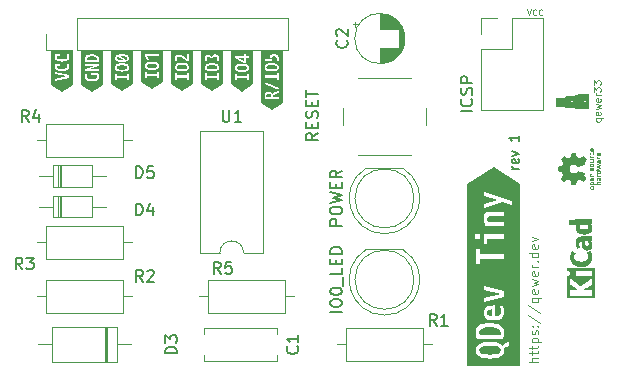
<source format=gbr>
%TF.GenerationSoftware,KiCad,Pcbnew,(6.0.11)*%
%TF.CreationDate,2023-02-10T16:41:59+03:00*%
%TF.ProjectId,QDevTiny,51446576-5469-46e7-992e-6b696361645f,rev?*%
%TF.SameCoordinates,Original*%
%TF.FileFunction,Legend,Top*%
%TF.FilePolarity,Positive*%
%FSLAX46Y46*%
G04 Gerber Fmt 4.6, Leading zero omitted, Abs format (unit mm)*
G04 Created by KiCad (PCBNEW (6.0.11)) date 2023-02-10 16:41:59*
%MOMM*%
%LPD*%
G01*
G04 APERTURE LIST*
%ADD10C,0.120000*%
%ADD11C,0.100000*%
%ADD12C,0.150000*%
G04 APERTURE END LIST*
D10*
X129854964Y-74115002D02*
X129054964Y-74115002D01*
X129854964Y-73772145D02*
X129435917Y-73772145D01*
X129359726Y-73810240D01*
X129321631Y-73886431D01*
X129321631Y-74000717D01*
X129359726Y-74076907D01*
X129397821Y-74115002D01*
X129321631Y-73505479D02*
X129321631Y-73200717D01*
X129054964Y-73391193D02*
X129740679Y-73391193D01*
X129816869Y-73353098D01*
X129854964Y-73276907D01*
X129854964Y-73200717D01*
X129321631Y-73048336D02*
X129321631Y-72743574D01*
X129054964Y-72934050D02*
X129740679Y-72934050D01*
X129816869Y-72895955D01*
X129854964Y-72819764D01*
X129854964Y-72743574D01*
X129321631Y-72476907D02*
X130121631Y-72476907D01*
X129359726Y-72476907D02*
X129321631Y-72400717D01*
X129321631Y-72248336D01*
X129359726Y-72172145D01*
X129397821Y-72134050D01*
X129474012Y-72095955D01*
X129702583Y-72095955D01*
X129778774Y-72134050D01*
X129816869Y-72172145D01*
X129854964Y-72248336D01*
X129854964Y-72400717D01*
X129816869Y-72476907D01*
X129816869Y-71791193D02*
X129854964Y-71715002D01*
X129854964Y-71562621D01*
X129816869Y-71486431D01*
X129740679Y-71448336D01*
X129702583Y-71448336D01*
X129626393Y-71486431D01*
X129588298Y-71562621D01*
X129588298Y-71676907D01*
X129550202Y-71753098D01*
X129474012Y-71791193D01*
X129435917Y-71791193D01*
X129359726Y-71753098D01*
X129321631Y-71676907D01*
X129321631Y-71562621D01*
X129359726Y-71486431D01*
X129778774Y-71105479D02*
X129816869Y-71067383D01*
X129854964Y-71105479D01*
X129816869Y-71143574D01*
X129778774Y-71105479D01*
X129854964Y-71105479D01*
X129359726Y-71105479D02*
X129397821Y-71067383D01*
X129435917Y-71105479D01*
X129397821Y-71143574D01*
X129359726Y-71105479D01*
X129435917Y-71105479D01*
X129016869Y-70153098D02*
X130045440Y-70838812D01*
X129016869Y-69315002D02*
X130045440Y-70000717D01*
X129321631Y-68705479D02*
X130121631Y-68705479D01*
X129816869Y-68705479D02*
X129854964Y-68781669D01*
X129854964Y-68934050D01*
X129816869Y-69010240D01*
X129778774Y-69048336D01*
X129702583Y-69086431D01*
X129474012Y-69086431D01*
X129397821Y-69048336D01*
X129359726Y-69010240D01*
X129321631Y-68934050D01*
X129321631Y-68781669D01*
X129359726Y-68705479D01*
X129816869Y-68019764D02*
X129854964Y-68095955D01*
X129854964Y-68248336D01*
X129816869Y-68324526D01*
X129740679Y-68362621D01*
X129435917Y-68362621D01*
X129359726Y-68324526D01*
X129321631Y-68248336D01*
X129321631Y-68095955D01*
X129359726Y-68019764D01*
X129435917Y-67981669D01*
X129512107Y-67981669D01*
X129588298Y-68362621D01*
X129321631Y-67715002D02*
X129854964Y-67562621D01*
X129474012Y-67410240D01*
X129854964Y-67257860D01*
X129321631Y-67105479D01*
X129816869Y-66495955D02*
X129854964Y-66572145D01*
X129854964Y-66724526D01*
X129816869Y-66800717D01*
X129740679Y-66838812D01*
X129435917Y-66838812D01*
X129359726Y-66800717D01*
X129321631Y-66724526D01*
X129321631Y-66572145D01*
X129359726Y-66495955D01*
X129435917Y-66457860D01*
X129512107Y-66457860D01*
X129588298Y-66838812D01*
X129854964Y-66115002D02*
X129321631Y-66115002D01*
X129474012Y-66115002D02*
X129397821Y-66076907D01*
X129359726Y-66038812D01*
X129321631Y-65962621D01*
X129321631Y-65886431D01*
X129778774Y-65619764D02*
X129816869Y-65581669D01*
X129854964Y-65619764D01*
X129816869Y-65657860D01*
X129778774Y-65619764D01*
X129854964Y-65619764D01*
X129854964Y-64895955D02*
X129054964Y-64895955D01*
X129816869Y-64895955D02*
X129854964Y-64972145D01*
X129854964Y-65124526D01*
X129816869Y-65200717D01*
X129778774Y-65238812D01*
X129702583Y-65276907D01*
X129474012Y-65276907D01*
X129397821Y-65238812D01*
X129359726Y-65200717D01*
X129321631Y-65124526D01*
X129321631Y-64972145D01*
X129359726Y-64895955D01*
X129816869Y-64210240D02*
X129854964Y-64286431D01*
X129854964Y-64438812D01*
X129816869Y-64515002D01*
X129740679Y-64553098D01*
X129435917Y-64553098D01*
X129359726Y-64515002D01*
X129321631Y-64438812D01*
X129321631Y-64286431D01*
X129359726Y-64210240D01*
X129435917Y-64172145D01*
X129512107Y-64172145D01*
X129588298Y-64553098D01*
X129321631Y-63905479D02*
X129854964Y-63715002D01*
X129321631Y-63524526D01*
X134740755Y-53491311D02*
X135340755Y-53491311D01*
X135112184Y-53491311D02*
X135140755Y-53548454D01*
X135140755Y-53662740D01*
X135112184Y-53719883D01*
X135083612Y-53748454D01*
X135026469Y-53777026D01*
X134855041Y-53777026D01*
X134797898Y-53748454D01*
X134769327Y-53719883D01*
X134740755Y-53662740D01*
X134740755Y-53548454D01*
X134769327Y-53491311D01*
X135112184Y-52977026D02*
X135140755Y-53034169D01*
X135140755Y-53148454D01*
X135112184Y-53205597D01*
X135055041Y-53234169D01*
X134826469Y-53234169D01*
X134769327Y-53205597D01*
X134740755Y-53148454D01*
X134740755Y-53034169D01*
X134769327Y-52977026D01*
X134826469Y-52948454D01*
X134883612Y-52948454D01*
X134940755Y-53234169D01*
X134740755Y-52748454D02*
X135140755Y-52634169D01*
X134855041Y-52519883D01*
X135140755Y-52405597D01*
X134740755Y-52291311D01*
X135112184Y-51834169D02*
X135140755Y-51891311D01*
X135140755Y-52005597D01*
X135112184Y-52062740D01*
X135055041Y-52091311D01*
X134826469Y-52091311D01*
X134769327Y-52062740D01*
X134740755Y-52005597D01*
X134740755Y-51891311D01*
X134769327Y-51834169D01*
X134826469Y-51805597D01*
X134883612Y-51805597D01*
X134940755Y-52091311D01*
X135140755Y-51548454D02*
X134740755Y-51548454D01*
X134855041Y-51548454D02*
X134797898Y-51519883D01*
X134769327Y-51491311D01*
X134740755Y-51434169D01*
X134740755Y-51377026D01*
X134540755Y-51234169D02*
X134540755Y-50862740D01*
X134769327Y-51062740D01*
X134769327Y-50977026D01*
X134797898Y-50919883D01*
X134826469Y-50891311D01*
X134883612Y-50862740D01*
X135026469Y-50862740D01*
X135083612Y-50891311D01*
X135112184Y-50919883D01*
X135140755Y-50977026D01*
X135140755Y-51148454D01*
X135112184Y-51205597D01*
X135083612Y-51234169D01*
X134540755Y-50662740D02*
X134540755Y-50291311D01*
X134769327Y-50491311D01*
X134769327Y-50405597D01*
X134797898Y-50348454D01*
X134826469Y-50319883D01*
X134883612Y-50291311D01*
X135026469Y-50291311D01*
X135083612Y-50319883D01*
X135112184Y-50348454D01*
X135140755Y-50405597D01*
X135140755Y-50577026D01*
X135112184Y-50634169D01*
X135083612Y-50662740D01*
D11*
X128908165Y-44266543D02*
X129074832Y-44766543D01*
X129241498Y-44266543D01*
X129693879Y-44718924D02*
X129670070Y-44742733D01*
X129598641Y-44766543D01*
X129551022Y-44766543D01*
X129479593Y-44742733D01*
X129431974Y-44695114D01*
X129408165Y-44647495D01*
X129384355Y-44552257D01*
X129384355Y-44480829D01*
X129408165Y-44385591D01*
X129431974Y-44337972D01*
X129479593Y-44290353D01*
X129551022Y-44266543D01*
X129598641Y-44266543D01*
X129670070Y-44290353D01*
X129693879Y-44314162D01*
X130193879Y-44718924D02*
X130170070Y-44742733D01*
X130098641Y-44766543D01*
X130051022Y-44766543D01*
X129979593Y-44742733D01*
X129931974Y-44695114D01*
X129908165Y-44647495D01*
X129884355Y-44552257D01*
X129884355Y-44480829D01*
X129908165Y-44385591D01*
X129931974Y-44337972D01*
X129979593Y-44290353D01*
X130051022Y-44266543D01*
X130098641Y-44266543D01*
X130170070Y-44290353D01*
X130193879Y-44314162D01*
D12*
X128202011Y-57778476D02*
X127668678Y-57778476D01*
X127821059Y-57778476D02*
X127744868Y-57740380D01*
X127706773Y-57702285D01*
X127668678Y-57626095D01*
X127668678Y-57549904D01*
X128163916Y-56978476D02*
X128202011Y-57054666D01*
X128202011Y-57207047D01*
X128163916Y-57283238D01*
X128087726Y-57321333D01*
X127782964Y-57321333D01*
X127706773Y-57283238D01*
X127668678Y-57207047D01*
X127668678Y-57054666D01*
X127706773Y-56978476D01*
X127782964Y-56940380D01*
X127859154Y-56940380D01*
X127935345Y-57321333D01*
X127668678Y-56673714D02*
X128202011Y-56483238D01*
X127668678Y-56292761D01*
X128202011Y-54959428D02*
X128202011Y-55416571D01*
X128202011Y-55188000D02*
X127402011Y-55188000D01*
X127516297Y-55264190D01*
X127592487Y-55340380D01*
X127630583Y-55416571D01*
%TO.C,D2*%
X113228380Y-69903095D02*
X112228380Y-69903095D01*
X112228380Y-69236428D02*
X112228380Y-69045952D01*
X112276000Y-68950714D01*
X112371238Y-68855476D01*
X112561714Y-68807857D01*
X112895047Y-68807857D01*
X113085523Y-68855476D01*
X113180761Y-68950714D01*
X113228380Y-69045952D01*
X113228380Y-69236428D01*
X113180761Y-69331666D01*
X113085523Y-69426904D01*
X112895047Y-69474523D01*
X112561714Y-69474523D01*
X112371238Y-69426904D01*
X112276000Y-69331666D01*
X112228380Y-69236428D01*
X112228380Y-68188809D02*
X112228380Y-68093571D01*
X112276000Y-67998333D01*
X112323619Y-67950714D01*
X112418857Y-67903095D01*
X112609333Y-67855476D01*
X112847428Y-67855476D01*
X113037904Y-67903095D01*
X113133142Y-67950714D01*
X113180761Y-67998333D01*
X113228380Y-68093571D01*
X113228380Y-68188809D01*
X113180761Y-68284047D01*
X113133142Y-68331666D01*
X113037904Y-68379285D01*
X112847428Y-68426904D01*
X112609333Y-68426904D01*
X112418857Y-68379285D01*
X112323619Y-68331666D01*
X112276000Y-68284047D01*
X112228380Y-68188809D01*
X113323619Y-67665000D02*
X113323619Y-66903095D01*
X113228380Y-66188809D02*
X113228380Y-66665000D01*
X112228380Y-66665000D01*
X112704571Y-65855476D02*
X112704571Y-65522142D01*
X113228380Y-65379285D02*
X113228380Y-65855476D01*
X112228380Y-65855476D01*
X112228380Y-65379285D01*
X113228380Y-64950714D02*
X112228380Y-64950714D01*
X112228380Y-64712619D01*
X112276000Y-64569761D01*
X112371238Y-64474523D01*
X112466476Y-64426904D01*
X112656952Y-64379285D01*
X112799809Y-64379285D01*
X112990285Y-64426904D01*
X113085523Y-64474523D01*
X113180761Y-64569761D01*
X113228380Y-64712619D01*
X113228380Y-64950714D01*
%TO.C,U1*%
X103142697Y-52792380D02*
X103142697Y-53601904D01*
X103190316Y-53697142D01*
X103237935Y-53744761D01*
X103333173Y-53792380D01*
X103523649Y-53792380D01*
X103618887Y-53744761D01*
X103666506Y-53697142D01*
X103714125Y-53601904D01*
X103714125Y-52792380D01*
X104714125Y-53792380D02*
X104142697Y-53792380D01*
X104428411Y-53792380D02*
X104428411Y-52792380D01*
X104333173Y-52935238D01*
X104237935Y-53030476D01*
X104142697Y-53078095D01*
%TO.C,C1*%
X109450142Y-72810666D02*
X109497761Y-72858285D01*
X109545380Y-73001142D01*
X109545380Y-73096380D01*
X109497761Y-73239238D01*
X109402523Y-73334476D01*
X109307285Y-73382095D01*
X109116809Y-73429714D01*
X108973952Y-73429714D01*
X108783476Y-73382095D01*
X108688238Y-73334476D01*
X108593000Y-73239238D01*
X108545380Y-73096380D01*
X108545380Y-73001142D01*
X108593000Y-72858285D01*
X108640619Y-72810666D01*
X109545380Y-71858285D02*
X109545380Y-72429714D01*
X109545380Y-72144000D02*
X108545380Y-72144000D01*
X108688238Y-72239238D01*
X108783476Y-72334476D01*
X108831095Y-72429714D01*
%TO.C,R1*%
X121245333Y-71064380D02*
X120912000Y-70588190D01*
X120673904Y-71064380D02*
X120673904Y-70064380D01*
X121054857Y-70064380D01*
X121150095Y-70112000D01*
X121197714Y-70159619D01*
X121245333Y-70254857D01*
X121245333Y-70397714D01*
X121197714Y-70492952D01*
X121150095Y-70540571D01*
X121054857Y-70588190D01*
X120673904Y-70588190D01*
X122197714Y-71064380D02*
X121626285Y-71064380D01*
X121912000Y-71064380D02*
X121912000Y-70064380D01*
X121816761Y-70207238D01*
X121721523Y-70302476D01*
X121626285Y-70350095D01*
%TO.C,R5*%
X102957333Y-66662380D02*
X102624000Y-66186190D01*
X102385904Y-66662380D02*
X102385904Y-65662380D01*
X102766857Y-65662380D01*
X102862095Y-65710000D01*
X102909714Y-65757619D01*
X102957333Y-65852857D01*
X102957333Y-65995714D01*
X102909714Y-66090952D01*
X102862095Y-66138571D01*
X102766857Y-66186190D01*
X102385904Y-66186190D01*
X103862095Y-65662380D02*
X103385904Y-65662380D01*
X103338285Y-66138571D01*
X103385904Y-66090952D01*
X103481142Y-66043333D01*
X103719238Y-66043333D01*
X103814476Y-66090952D01*
X103862095Y-66138571D01*
X103909714Y-66233809D01*
X103909714Y-66471904D01*
X103862095Y-66567142D01*
X103814476Y-66614761D01*
X103719238Y-66662380D01*
X103481142Y-66662380D01*
X103385904Y-66614761D01*
X103338285Y-66567142D01*
%TO.C,R2*%
X96375705Y-67345951D02*
X96042372Y-66869761D01*
X95804276Y-67345951D02*
X95804276Y-66345951D01*
X96185229Y-66345951D01*
X96280467Y-66393571D01*
X96328086Y-66441190D01*
X96375705Y-66536428D01*
X96375705Y-66679285D01*
X96328086Y-66774523D01*
X96280467Y-66822142D01*
X96185229Y-66869761D01*
X95804276Y-66869761D01*
X96756657Y-66441190D02*
X96804276Y-66393571D01*
X96899514Y-66345951D01*
X97137610Y-66345951D01*
X97232848Y-66393571D01*
X97280467Y-66441190D01*
X97328086Y-66536428D01*
X97328086Y-66631666D01*
X97280467Y-66774523D01*
X96709038Y-67345951D01*
X97328086Y-67345951D01*
%TO.C,C2*%
X113641142Y-46902666D02*
X113688761Y-46950285D01*
X113736380Y-47093142D01*
X113736380Y-47188380D01*
X113688761Y-47331238D01*
X113593523Y-47426476D01*
X113498285Y-47474095D01*
X113307809Y-47521714D01*
X113164952Y-47521714D01*
X112974476Y-47474095D01*
X112879238Y-47426476D01*
X112784000Y-47331238D01*
X112736380Y-47188380D01*
X112736380Y-47093142D01*
X112784000Y-46950285D01*
X112831619Y-46902666D01*
X112831619Y-46521714D02*
X112784000Y-46474095D01*
X112736380Y-46378857D01*
X112736380Y-46140761D01*
X112784000Y-46045523D01*
X112831619Y-45997904D01*
X112926857Y-45950285D01*
X113022095Y-45950285D01*
X113164952Y-45997904D01*
X113736380Y-46569333D01*
X113736380Y-45950285D01*
%TO.C,D3*%
X99266303Y-73407360D02*
X98266303Y-73407360D01*
X98266303Y-73169265D01*
X98313923Y-73026407D01*
X98409161Y-72931169D01*
X98504399Y-72883550D01*
X98694875Y-72835931D01*
X98837732Y-72835931D01*
X99028208Y-72883550D01*
X99123446Y-72931169D01*
X99218684Y-73026407D01*
X99266303Y-73169265D01*
X99266303Y-73407360D01*
X98266303Y-72502598D02*
X98266303Y-71883550D01*
X98647256Y-72216884D01*
X98647256Y-72074026D01*
X98694875Y-71978788D01*
X98742494Y-71931169D01*
X98837732Y-71883550D01*
X99075827Y-71883550D01*
X99171065Y-71931169D01*
X99218684Y-71978788D01*
X99266303Y-72074026D01*
X99266303Y-72359741D01*
X99218684Y-72454979D01*
X99171065Y-72502598D01*
%TO.C,D1*%
X113228380Y-62586523D02*
X112228380Y-62586523D01*
X112228380Y-62205571D01*
X112276000Y-62110333D01*
X112323619Y-62062714D01*
X112418857Y-62015095D01*
X112561714Y-62015095D01*
X112656952Y-62062714D01*
X112704571Y-62110333D01*
X112752190Y-62205571D01*
X112752190Y-62586523D01*
X112228380Y-61396047D02*
X112228380Y-61205571D01*
X112276000Y-61110333D01*
X112371238Y-61015095D01*
X112561714Y-60967476D01*
X112895047Y-60967476D01*
X113085523Y-61015095D01*
X113180761Y-61110333D01*
X113228380Y-61205571D01*
X113228380Y-61396047D01*
X113180761Y-61491285D01*
X113085523Y-61586523D01*
X112895047Y-61634142D01*
X112561714Y-61634142D01*
X112371238Y-61586523D01*
X112276000Y-61491285D01*
X112228380Y-61396047D01*
X112228380Y-60634142D02*
X113228380Y-60396047D01*
X112514095Y-60205571D01*
X113228380Y-60015095D01*
X112228380Y-59777000D01*
X112704571Y-59396047D02*
X112704571Y-59062714D01*
X113228380Y-58919857D02*
X113228380Y-59396047D01*
X112228380Y-59396047D01*
X112228380Y-58919857D01*
X113228380Y-57919857D02*
X112752190Y-58253190D01*
X113228380Y-58491285D02*
X112228380Y-58491285D01*
X112228380Y-58110333D01*
X112276000Y-58015095D01*
X112323619Y-57967476D01*
X112418857Y-57919857D01*
X112561714Y-57919857D01*
X112656952Y-57967476D01*
X112704571Y-58015095D01*
X112752190Y-58110333D01*
X112752190Y-58491285D01*
%TO.C,D4*%
X95781904Y-61712380D02*
X95781904Y-60712380D01*
X96020000Y-60712380D01*
X96162857Y-60760000D01*
X96258095Y-60855238D01*
X96305714Y-60950476D01*
X96353333Y-61140952D01*
X96353333Y-61283809D01*
X96305714Y-61474285D01*
X96258095Y-61569523D01*
X96162857Y-61664761D01*
X96020000Y-61712380D01*
X95781904Y-61712380D01*
X97210476Y-61045714D02*
X97210476Y-61712380D01*
X96972380Y-60664761D02*
X96734285Y-61379047D01*
X97353333Y-61379047D01*
%TO.C,J3*%
X124277380Y-52911190D02*
X123277380Y-52911190D01*
X124182142Y-51863571D02*
X124229761Y-51911190D01*
X124277380Y-52054047D01*
X124277380Y-52149285D01*
X124229761Y-52292142D01*
X124134523Y-52387380D01*
X124039285Y-52435000D01*
X123848809Y-52482619D01*
X123705952Y-52482619D01*
X123515476Y-52435000D01*
X123420238Y-52387380D01*
X123325000Y-52292142D01*
X123277380Y-52149285D01*
X123277380Y-52054047D01*
X123325000Y-51911190D01*
X123372619Y-51863571D01*
X124229761Y-51482619D02*
X124277380Y-51339761D01*
X124277380Y-51101666D01*
X124229761Y-51006428D01*
X124182142Y-50958809D01*
X124086904Y-50911190D01*
X123991666Y-50911190D01*
X123896428Y-50958809D01*
X123848809Y-51006428D01*
X123801190Y-51101666D01*
X123753571Y-51292142D01*
X123705952Y-51387380D01*
X123658333Y-51435000D01*
X123563095Y-51482619D01*
X123467857Y-51482619D01*
X123372619Y-51435000D01*
X123325000Y-51387380D01*
X123277380Y-51292142D01*
X123277380Y-51054047D01*
X123325000Y-50911190D01*
X124277380Y-50482619D02*
X123277380Y-50482619D01*
X123277380Y-50101666D01*
X123325000Y-50006428D01*
X123372619Y-49958809D01*
X123467857Y-49911190D01*
X123610714Y-49911190D01*
X123705952Y-49958809D01*
X123753571Y-50006428D01*
X123801190Y-50101666D01*
X123801190Y-50482619D01*
%TO.C,R3*%
X86181045Y-66286590D02*
X85847712Y-65810400D01*
X85609616Y-66286590D02*
X85609616Y-65286590D01*
X85990569Y-65286590D01*
X86085807Y-65334210D01*
X86133426Y-65381829D01*
X86181045Y-65477067D01*
X86181045Y-65619924D01*
X86133426Y-65715162D01*
X86085807Y-65762781D01*
X85990569Y-65810400D01*
X85609616Y-65810400D01*
X86514378Y-65286590D02*
X87133426Y-65286590D01*
X86800092Y-65667543D01*
X86942950Y-65667543D01*
X87038188Y-65715162D01*
X87085807Y-65762781D01*
X87133426Y-65858019D01*
X87133426Y-66096114D01*
X87085807Y-66191352D01*
X87038188Y-66238971D01*
X86942950Y-66286590D01*
X86657235Y-66286590D01*
X86561997Y-66238971D01*
X86514378Y-66191352D01*
%TO.C,SW1*%
X111196380Y-54747059D02*
X110720190Y-55080393D01*
X111196380Y-55318488D02*
X110196380Y-55318488D01*
X110196380Y-54937536D01*
X110244000Y-54842298D01*
X110291619Y-54794679D01*
X110386857Y-54747059D01*
X110529714Y-54747059D01*
X110624952Y-54794679D01*
X110672571Y-54842298D01*
X110720190Y-54937536D01*
X110720190Y-55318488D01*
X110672571Y-54318488D02*
X110672571Y-53985155D01*
X111196380Y-53842298D02*
X111196380Y-54318488D01*
X110196380Y-54318488D01*
X110196380Y-53842298D01*
X111148761Y-53461345D02*
X111196380Y-53318488D01*
X111196380Y-53080393D01*
X111148761Y-52985155D01*
X111101142Y-52937536D01*
X111005904Y-52889917D01*
X110910666Y-52889917D01*
X110815428Y-52937536D01*
X110767809Y-52985155D01*
X110720190Y-53080393D01*
X110672571Y-53270869D01*
X110624952Y-53366107D01*
X110577333Y-53413726D01*
X110482095Y-53461345D01*
X110386857Y-53461345D01*
X110291619Y-53413726D01*
X110244000Y-53366107D01*
X110196380Y-53270869D01*
X110196380Y-53032774D01*
X110244000Y-52889917D01*
X110672571Y-52461345D02*
X110672571Y-52128012D01*
X111196380Y-51985155D02*
X111196380Y-52461345D01*
X110196380Y-52461345D01*
X110196380Y-51985155D01*
X110196380Y-51699440D02*
X110196380Y-51128012D01*
X111196380Y-51413726D02*
X110196380Y-51413726D01*
%TO.C,R4*%
X86701333Y-53792380D02*
X86368000Y-53316190D01*
X86129904Y-53792380D02*
X86129904Y-52792380D01*
X86510857Y-52792380D01*
X86606095Y-52840000D01*
X86653714Y-52887619D01*
X86701333Y-52982857D01*
X86701333Y-53125714D01*
X86653714Y-53220952D01*
X86606095Y-53268571D01*
X86510857Y-53316190D01*
X86129904Y-53316190D01*
X87558476Y-53125714D02*
X87558476Y-53792380D01*
X87320380Y-52744761D02*
X87082285Y-53459047D01*
X87701333Y-53459047D01*
%TO.C,D5*%
X95781904Y-58572380D02*
X95781904Y-57572380D01*
X96020000Y-57572380D01*
X96162857Y-57620000D01*
X96258095Y-57715238D01*
X96305714Y-57810476D01*
X96353333Y-58000952D01*
X96353333Y-58143809D01*
X96305714Y-58334285D01*
X96258095Y-58429523D01*
X96162857Y-58524761D01*
X96020000Y-58572380D01*
X95781904Y-58572380D01*
X97258095Y-57572380D02*
X96781904Y-57572380D01*
X96734285Y-58048571D01*
X96781904Y-58000952D01*
X96877142Y-57953333D01*
X97115238Y-57953333D01*
X97210476Y-58000952D01*
X97258095Y-58048571D01*
X97305714Y-58143809D01*
X97305714Y-58381904D01*
X97258095Y-58477142D01*
X97210476Y-58524761D01*
X97115238Y-58572380D01*
X96877142Y-58572380D01*
X96781904Y-58524761D01*
X96734285Y-58477142D01*
D10*
%TO.C,J2*%
X90805000Y-47685000D02*
X90805000Y-45025000D01*
X89535000Y-47685000D02*
X88205000Y-47685000D01*
X108645000Y-47685000D02*
X108645000Y-45025000D01*
X90805000Y-45025000D02*
X108645000Y-45025000D01*
X90805000Y-47685000D02*
X108645000Y-47685000D01*
X88205000Y-47685000D02*
X88205000Y-46355000D01*
%TO.C,D2*%
X118385000Y-64605000D02*
X115295000Y-64605000D01*
X115295170Y-64605000D02*
G75*
G03*
X116840462Y-70155000I1544830J-2560000D01*
G01*
X116839538Y-70155000D02*
G75*
G03*
X118384830Y-64605000I462J2990000D01*
G01*
X119340000Y-67165000D02*
G75*
G03*
X119340000Y-67165000I-2500000J0D01*
G01*
%TO.C,U1*%
X104904602Y-64879897D02*
X106554602Y-64879897D01*
X101254602Y-64879897D02*
X102904602Y-64879897D01*
X106554602Y-64879897D02*
X106554602Y-54599897D01*
X106554602Y-54599897D02*
X101254602Y-54599897D01*
X101254602Y-54599897D02*
X101254602Y-64879897D01*
X104904602Y-64879897D02*
G75*
G03*
X102904602Y-64879897I-1000000J0D01*
G01*
%TO.C,C1*%
X101528000Y-74014000D02*
X101528000Y-73569000D01*
X107768000Y-74014000D02*
X101528000Y-74014000D01*
X107768000Y-71719000D02*
X107768000Y-71274000D01*
X101528000Y-71719000D02*
X101528000Y-71274000D01*
X107768000Y-74014000D02*
X107768000Y-73569000D01*
X107768000Y-71274000D02*
X101528000Y-71274000D01*
%TO.C,kibuzzard-63E270EC*%
G36*
X89535000Y-51261688D02*
G01*
X88608958Y-50644327D01*
X88608958Y-49591285D01*
X88955563Y-49591285D01*
X88955563Y-49767497D01*
X89955688Y-49948472D01*
X89955688Y-49950060D01*
X88955563Y-50131035D01*
X88955563Y-50313597D01*
X90114438Y-50056422D01*
X90114438Y-49850047D01*
X88955563Y-49591285D01*
X88608958Y-49591285D01*
X88608958Y-49086460D01*
X88939687Y-49086460D01*
X88948741Y-49179478D01*
X88975902Y-49260093D01*
X89021171Y-49328306D01*
X89084547Y-49384116D01*
X89166030Y-49427524D01*
X89265621Y-49458530D01*
X89383319Y-49477134D01*
X89519125Y-49483335D01*
X89662372Y-49477059D01*
X89786520Y-49458233D01*
X89891567Y-49426855D01*
X89977516Y-49382926D01*
X90044364Y-49326445D01*
X90092113Y-49257414D01*
X90120763Y-49175831D01*
X90130313Y-49081697D01*
X90120391Y-48975732D01*
X90090625Y-48880085D01*
X89944575Y-48880085D01*
X89981484Y-48970572D01*
X89993788Y-49054710D01*
X89980602Y-49132321D01*
X89941047Y-49195821D01*
X89875122Y-49245210D01*
X89782826Y-49280488D01*
X89664161Y-49301654D01*
X89519125Y-49308710D01*
X89384761Y-49302316D01*
X89274826Y-49283134D01*
X89189322Y-49251163D01*
X89128247Y-49206404D01*
X89091602Y-49148858D01*
X89079388Y-49078522D01*
X89085738Y-49042010D01*
X89333388Y-49042010D01*
X89333388Y-48872147D01*
X88974613Y-48872147D01*
X88948419Y-48973351D01*
X88939687Y-49086460D01*
X88608958Y-49086460D01*
X88608958Y-48292710D01*
X88939687Y-48292710D01*
X88948741Y-48385728D01*
X88975902Y-48466343D01*
X89021171Y-48534556D01*
X89084547Y-48590366D01*
X89166030Y-48633774D01*
X89265621Y-48664780D01*
X89383319Y-48683384D01*
X89519125Y-48689585D01*
X89662372Y-48683309D01*
X89786520Y-48664483D01*
X89891567Y-48633105D01*
X89977516Y-48589176D01*
X90044364Y-48532695D01*
X90092113Y-48463664D01*
X90120763Y-48382081D01*
X90130313Y-48287947D01*
X90120391Y-48181982D01*
X90090625Y-48086335D01*
X89944575Y-48086335D01*
X89981484Y-48176822D01*
X89993788Y-48260960D01*
X89980602Y-48338571D01*
X89941047Y-48402071D01*
X89875122Y-48451460D01*
X89782826Y-48486738D01*
X89664161Y-48507904D01*
X89519125Y-48514960D01*
X89384761Y-48508566D01*
X89274826Y-48489384D01*
X89189322Y-48457413D01*
X89128247Y-48412654D01*
X89091602Y-48355108D01*
X89079388Y-48284772D01*
X89085738Y-48248260D01*
X89333388Y-48248260D01*
X89333388Y-48078397D01*
X88974613Y-48078397D01*
X88948419Y-48179601D01*
X88939687Y-48292710D01*
X88608958Y-48292710D01*
X88608958Y-47747668D01*
X90461042Y-47747668D01*
X90461042Y-50644327D01*
X89535000Y-51261688D01*
G37*
%TO.C,R1*%
X120110000Y-71274000D02*
X113570000Y-71274000D01*
X113570000Y-74014000D02*
X120110000Y-74014000D01*
X120880000Y-72644000D02*
X120110000Y-72644000D01*
X112800000Y-72644000D02*
X113570000Y-72644000D01*
X113570000Y-71274000D02*
X113570000Y-74014000D01*
X120110000Y-74014000D02*
X120110000Y-71274000D01*
%TO.C,R5*%
X101886000Y-67210000D02*
X101886000Y-69950000D01*
X108426000Y-69950000D02*
X108426000Y-67210000D01*
X101116000Y-68580000D02*
X101886000Y-68580000D01*
X101886000Y-69950000D02*
X108426000Y-69950000D01*
X109196000Y-68580000D02*
X108426000Y-68580000D01*
X108426000Y-67210000D02*
X101886000Y-67210000D01*
%TO.C,R2*%
X94710000Y-69950000D02*
X94710000Y-67210000D01*
X88170000Y-69950000D02*
X94710000Y-69950000D01*
X94710000Y-67210000D02*
X88170000Y-67210000D01*
X88170000Y-67210000D02*
X88170000Y-69950000D01*
X95480000Y-68580000D02*
X94710000Y-68580000D01*
X87400000Y-68580000D02*
X88170000Y-68580000D01*
%TO.C,kibuzzard-63E51F9F*%
G36*
X99851369Y-48981684D02*
G01*
X99971225Y-48995972D01*
X100054569Y-49019784D01*
X100127792Y-49075744D01*
X100152200Y-49157897D01*
X100127792Y-49240050D01*
X100054569Y-49296009D01*
X99971225Y-49319822D01*
X99851369Y-49334109D01*
X99695000Y-49338872D01*
X99538631Y-49334109D01*
X99418775Y-49319822D01*
X99335431Y-49296009D01*
X99262208Y-49240050D01*
X99237800Y-49157897D01*
X99262208Y-49075744D01*
X99335431Y-49019784D01*
X99418775Y-48995972D01*
X99538631Y-48981684D01*
X99695000Y-48976922D01*
X99851369Y-48981684D01*
G37*
G36*
X99695000Y-51169612D02*
G01*
X98768958Y-50552251D01*
X98768958Y-50221522D01*
X99115563Y-50221522D01*
X99253675Y-50221522D01*
X99253675Y-50043722D01*
X100136325Y-50043722D01*
X100136325Y-50221522D01*
X100274438Y-50221522D01*
X100274438Y-49681772D01*
X100136325Y-49681772D01*
X100136325Y-49859572D01*
X99253675Y-49859572D01*
X99253675Y-49681772D01*
X99115563Y-49681772D01*
X99115563Y-50221522D01*
X98768958Y-50221522D01*
X98768958Y-49157897D01*
X99099687Y-49157897D01*
X99113181Y-49268228D01*
X99153663Y-49354747D01*
X99227084Y-49420430D01*
X99339400Y-49468253D01*
X99437472Y-49489861D01*
X99556006Y-49502825D01*
X99695000Y-49507147D01*
X99833994Y-49502825D01*
X99952528Y-49489861D01*
X100050600Y-49468253D01*
X100162916Y-49420430D01*
X100236338Y-49354747D01*
X100276819Y-49268228D01*
X100290313Y-49157897D01*
X100276819Y-49047566D01*
X100236338Y-48961047D01*
X100162916Y-48895364D01*
X100050600Y-48847541D01*
X99952528Y-48825933D01*
X99833994Y-48812968D01*
X99695000Y-48808647D01*
X99556006Y-48812968D01*
X99437472Y-48825933D01*
X99339400Y-48847541D01*
X99227084Y-48895364D01*
X99153663Y-48961047D01*
X99113181Y-49047566D01*
X99099687Y-49157897D01*
X98768958Y-49157897D01*
X98768958Y-48367322D01*
X99099687Y-48367322D01*
X99108860Y-48467864D01*
X99136376Y-48562055D01*
X99182238Y-48649897D01*
X99331463Y-48649897D01*
X99279428Y-48560468D01*
X99248207Y-48478447D01*
X99237800Y-48403834D01*
X99280663Y-48299853D01*
X99336225Y-48274255D01*
X99417188Y-48265722D01*
X99504176Y-48273562D01*
X99596413Y-48297083D01*
X99693898Y-48336285D01*
X99796632Y-48391167D01*
X99904615Y-48461730D01*
X100017846Y-48547973D01*
X100136325Y-48649897D01*
X100274438Y-48649897D01*
X100274438Y-48078397D01*
X100136325Y-48078397D01*
X100136325Y-48465747D01*
X100133150Y-48465747D01*
X100022223Y-48372630D01*
X99918044Y-48293305D01*
X99820611Y-48227771D01*
X99729925Y-48176028D01*
X99616683Y-48126198D01*
X99509792Y-48096300D01*
X99409250Y-48086334D01*
X99275305Y-48104392D01*
X99178269Y-48158566D01*
X99119333Y-48246870D01*
X99099687Y-48367322D01*
X98768958Y-48367322D01*
X98768958Y-47747668D01*
X100621042Y-47747668D01*
X100621042Y-50552251D01*
X99695000Y-51169612D01*
G37*
%TO.C,kibuzzard-63E51F95*%
G36*
X97155000Y-51056900D02*
G01*
X96228958Y-50439539D01*
X96228958Y-50108810D01*
X96575563Y-50108810D01*
X96713675Y-50108810D01*
X96713675Y-49931010D01*
X97596325Y-49931010D01*
X97596325Y-50108810D01*
X97734438Y-50108810D01*
X97734438Y-49569060D01*
X97596325Y-49569060D01*
X97596325Y-49746860D01*
X96713675Y-49746860D01*
X96713675Y-49569060D01*
X96575563Y-49569060D01*
X96575563Y-50108810D01*
X96228958Y-50108810D01*
X96228958Y-49045185D01*
X96559687Y-49045185D01*
X96573181Y-49155516D01*
X96613663Y-49242035D01*
X96687084Y-49307718D01*
X96799400Y-49355541D01*
X96897472Y-49377149D01*
X97016006Y-49390113D01*
X97155000Y-49394435D01*
X97293994Y-49390113D01*
X97412528Y-49377149D01*
X97510600Y-49355541D01*
X97622916Y-49307718D01*
X97696338Y-49242035D01*
X97736819Y-49155516D01*
X97750313Y-49045185D01*
X97736819Y-48934853D01*
X97696338Y-48848335D01*
X97622916Y-48782652D01*
X97510600Y-48734828D01*
X97412528Y-48713221D01*
X97293994Y-48700256D01*
X97155000Y-48695935D01*
X97016006Y-48700256D01*
X96897472Y-48713221D01*
X96799400Y-48734828D01*
X96687084Y-48782652D01*
X96613663Y-48848335D01*
X96573181Y-48934853D01*
X96559687Y-49045185D01*
X96228958Y-49045185D01*
X96228958Y-48254610D01*
X96575563Y-48254610D01*
X96737488Y-48532422D01*
X96893063Y-48532422D01*
X96740663Y-48259372D01*
X96742250Y-48256197D01*
X97734438Y-48256197D01*
X97734438Y-48078397D01*
X96575563Y-48078397D01*
X96575563Y-48254610D01*
X96228958Y-48254610D01*
X96228958Y-47747668D01*
X98081042Y-47747668D01*
X98081042Y-50439539D01*
X97155000Y-51056900D01*
G37*
G36*
X97311369Y-48868972D02*
G01*
X97431225Y-48883260D01*
X97514569Y-48907072D01*
X97587792Y-48963032D01*
X97612200Y-49045185D01*
X97587792Y-49127338D01*
X97514569Y-49183297D01*
X97431225Y-49207110D01*
X97311369Y-49221397D01*
X97155000Y-49226160D01*
X96998631Y-49221397D01*
X96878775Y-49207110D01*
X96795431Y-49183297D01*
X96722208Y-49127338D01*
X96697800Y-49045185D01*
X96722208Y-48963032D01*
X96795431Y-48907072D01*
X96878775Y-48883260D01*
X96998631Y-48868972D01*
X97155000Y-48864210D01*
X97311369Y-48868972D01*
G37*
%TO.C,G\u002A\u002A\u002A*%
G36*
X131801242Y-52523816D02*
G01*
X131735107Y-52525285D01*
X131678980Y-52526637D01*
X131670980Y-52526830D01*
X131611846Y-52528375D01*
X131604754Y-52528579D01*
X131560691Y-52529845D01*
X131520499Y-52531163D01*
X131511048Y-52531517D01*
X131398785Y-52535894D01*
X131395722Y-52400812D01*
X131842276Y-52400812D01*
X131909079Y-52400812D01*
X131909079Y-52311741D01*
X131968460Y-52311741D01*
X131968460Y-52215248D01*
X132035263Y-52215248D01*
X132035263Y-52044529D01*
X131968460Y-52044529D01*
X131968460Y-52029684D01*
X132434031Y-52029684D01*
X132439139Y-52079539D01*
X132442111Y-52105065D01*
X132444990Y-52124022D01*
X132447147Y-52132294D01*
X132455411Y-52133033D01*
X132474451Y-52132260D01*
X132500292Y-52130146D01*
X132502636Y-52129913D01*
X132526844Y-52127482D01*
X133772142Y-52127482D01*
X133801832Y-52123118D01*
X133830465Y-52118908D01*
X133859717Y-52114605D01*
X133861491Y-52114344D01*
X133880879Y-52110049D01*
X133888246Y-52103728D01*
X133887912Y-52097643D01*
X133883883Y-52082952D01*
X133878132Y-52061195D01*
X133876214Y-52053807D01*
X133868063Y-52022261D01*
X133772142Y-52022261D01*
X133772142Y-52127482D01*
X132526844Y-52127482D01*
X132555225Y-52124632D01*
X132550822Y-52097570D01*
X132546676Y-52072926D01*
X132542733Y-52050711D01*
X132542618Y-52050096D01*
X132539936Y-52039462D01*
X132534538Y-52033361D01*
X132522960Y-52030536D01*
X132501735Y-52029726D01*
X132486424Y-52029684D01*
X132434031Y-52029684D01*
X131968460Y-52029684D01*
X131968460Y-52023851D01*
X132657928Y-52023851D01*
X132662054Y-52045324D01*
X132667865Y-52076490D01*
X132672504Y-52096004D01*
X132678623Y-52106556D01*
X132688874Y-52110837D01*
X132705910Y-52111539D01*
X132727110Y-52111332D01*
X132779436Y-52111332D01*
X132778596Y-52103909D01*
X132911125Y-52103909D01*
X133016958Y-52103909D01*
X133011715Y-52057564D01*
X133008760Y-52034369D01*
X133520161Y-52034369D01*
X133521001Y-52053272D01*
X133523176Y-52077594D01*
X133525908Y-52101593D01*
X133529836Y-52116568D01*
X133537896Y-52124178D01*
X133553021Y-52126084D01*
X133578148Y-52123943D01*
X133600415Y-52121267D01*
X133640231Y-52116486D01*
X133635044Y-52063807D01*
X133632220Y-52037660D01*
X133629639Y-52018132D01*
X133627823Y-52009135D01*
X133627718Y-52008979D01*
X133619869Y-52008934D01*
X133602024Y-52010974D01*
X133578765Y-52014367D01*
X133554671Y-52018381D01*
X133534323Y-52022283D01*
X133522301Y-52025343D01*
X133520944Y-52026041D01*
X133520161Y-52034369D01*
X133008760Y-52034369D01*
X133008593Y-52033060D01*
X133005670Y-52015273D01*
X133003789Y-52008535D01*
X132995596Y-52007910D01*
X132976993Y-52008985D01*
X132956116Y-52011075D01*
X132911125Y-52016296D01*
X132911125Y-52103909D01*
X132778596Y-52103909D01*
X132774193Y-52064986D01*
X132771069Y-52040480D01*
X132768139Y-52022686D01*
X132766251Y-52015942D01*
X132758093Y-52015305D01*
X132739130Y-52016150D01*
X132713306Y-52018293D01*
X132710740Y-52018548D01*
X132657928Y-52023851D01*
X131968460Y-52023851D01*
X131968460Y-51873810D01*
X131909079Y-51873810D01*
X131909079Y-52044529D01*
X131968460Y-52044529D01*
X131968460Y-52215248D01*
X131909079Y-52215248D01*
X131909079Y-52304319D01*
X131842276Y-52304319D01*
X131842276Y-52400812D01*
X131395722Y-52400812D01*
X131394712Y-52356276D01*
X131515684Y-52356276D01*
X131604754Y-52356276D01*
X131604754Y-52267206D01*
X131515684Y-52267206D01*
X131515684Y-52356276D01*
X131394712Y-52356276D01*
X131394098Y-52329180D01*
X131392580Y-52263808D01*
X131390873Y-52192941D01*
X131389088Y-52121020D01*
X131387337Y-52052487D01*
X131386144Y-52007416D01*
X131589909Y-52007416D01*
X131678980Y-52007416D01*
X131678980Y-51918345D01*
X131589909Y-51918345D01*
X131589909Y-52007416D01*
X131386144Y-52007416D01*
X131385730Y-51991785D01*
X131384910Y-51961994D01*
X131380408Y-51801523D01*
X131561240Y-51796805D01*
X131625800Y-51795117D01*
X131698526Y-51793208D01*
X131773794Y-51791228D01*
X131845983Y-51789323D01*
X131909469Y-51787642D01*
X131914646Y-51787504D01*
X132087221Y-51782922D01*
X132087221Y-51759553D01*
X132088861Y-51747791D01*
X132094912Y-51734977D01*
X132107074Y-51718809D01*
X132127045Y-51696987D01*
X132152315Y-51671391D01*
X132217409Y-51606598D01*
X132576438Y-51606598D01*
X132660263Y-51606544D01*
X132730436Y-51606360D01*
X132788152Y-51606010D01*
X132834602Y-51605459D01*
X132870981Y-51604672D01*
X132898482Y-51603615D01*
X132918299Y-51602251D01*
X132931624Y-51600546D01*
X132939651Y-51598466D01*
X132943573Y-51595973D01*
X132943708Y-51595805D01*
X132952287Y-51589084D01*
X132971801Y-51576181D01*
X133000309Y-51558303D01*
X133035870Y-51536657D01*
X133076543Y-51512447D01*
X133098957Y-51499311D01*
X133245965Y-51413611D01*
X134143270Y-51413611D01*
X134143270Y-52675298D01*
X134077063Y-52708548D01*
X134010857Y-52741799D01*
X133772142Y-52737907D01*
X133581608Y-52734800D01*
X133553021Y-52734343D01*
X133499272Y-52733485D01*
X133418328Y-52732243D01*
X133340548Y-52731098D01*
X133267704Y-52730075D01*
X133201568Y-52729196D01*
X133143912Y-52728487D01*
X133096507Y-52727970D01*
X133061126Y-52727669D01*
X133046587Y-52727603D01*
X133016958Y-52727547D01*
X132940815Y-52727404D01*
X132940815Y-52621065D01*
X132705910Y-52623750D01*
X132455411Y-52626614D01*
X132109489Y-52630569D01*
X132109489Y-52517858D01*
X132035263Y-52519275D01*
X131909079Y-52521684D01*
X131866400Y-52522499D01*
X131801242Y-52523816D01*
G37*
%TO.C,C2*%
X117001604Y-47576000D02*
X117001604Y-48741000D01*
X117402604Y-44885000D02*
X117402604Y-45896000D01*
X116681604Y-44669000D02*
X116681604Y-45896000D01*
X117842604Y-47576000D02*
X117842604Y-48288000D01*
X117842604Y-45184000D02*
X117842604Y-45896000D01*
X117922604Y-47576000D02*
X117922604Y-48214000D01*
X116641604Y-47576000D02*
X116641604Y-48807000D01*
X117922604Y-45258000D02*
X117922604Y-45896000D01*
X117242604Y-47576000D02*
X117242604Y-48660000D01*
X118082604Y-45432000D02*
X118082604Y-48040000D01*
X116721604Y-47576000D02*
X116721604Y-48798000D01*
X117282604Y-47576000D02*
X117282604Y-48643000D01*
X117081604Y-44754000D02*
X117081604Y-45896000D01*
X118002604Y-45340000D02*
X118002604Y-45896000D01*
X118362604Y-45877000D02*
X118362604Y-47595000D01*
X116601604Y-44662000D02*
X116601604Y-45896000D01*
X117202604Y-47576000D02*
X117202604Y-48676000D01*
X117001604Y-44731000D02*
X117001604Y-45896000D01*
X117682604Y-47576000D02*
X117682604Y-48416000D01*
X118002604Y-47576000D02*
X118002604Y-48132000D01*
X116521604Y-47576000D02*
X116521604Y-48815000D01*
X117322604Y-47576000D02*
X117322604Y-48625000D01*
X117442604Y-44906000D02*
X117442604Y-45896000D01*
X116601604Y-47576000D02*
X116601604Y-48810000D01*
X116441604Y-47576000D02*
X116441604Y-48816000D01*
X117322604Y-44847000D02*
X117322604Y-45896000D01*
X116801604Y-44686000D02*
X116801604Y-45896000D01*
X114371803Y-45341000D02*
X114371803Y-45741000D01*
X116921604Y-47576000D02*
X116921604Y-48761000D01*
X116801604Y-47576000D02*
X116801604Y-48786000D01*
X117722604Y-45086000D02*
X117722604Y-45896000D01*
X117562604Y-44976000D02*
X117562604Y-45896000D01*
X117882604Y-45220000D02*
X117882604Y-45896000D01*
X118442604Y-46072000D02*
X118442604Y-47400000D01*
X117482604Y-47576000D02*
X117482604Y-48544000D01*
X116481604Y-44656000D02*
X116481604Y-45896000D01*
X116961604Y-47576000D02*
X116961604Y-48752000D01*
X116921604Y-44711000D02*
X116921604Y-45896000D01*
X116561604Y-47576000D02*
X116561604Y-48813000D01*
X117162604Y-47576000D02*
X117162604Y-48690000D01*
X118282604Y-45723000D02*
X118282604Y-47749000D01*
X117962604Y-47576000D02*
X117962604Y-48174000D01*
X116841604Y-47576000D02*
X116841604Y-48778000D01*
X117522604Y-47576000D02*
X117522604Y-48521000D01*
X117402604Y-47576000D02*
X117402604Y-48587000D01*
X116761604Y-47576000D02*
X116761604Y-48792000D01*
X117121604Y-47576000D02*
X117121604Y-48704000D01*
X117081604Y-47576000D02*
X117081604Y-48718000D01*
X117121604Y-44768000D02*
X117121604Y-45896000D01*
X118202604Y-45594000D02*
X118202604Y-47878000D01*
X116881604Y-47576000D02*
X116881604Y-48770000D01*
X117602604Y-47576000D02*
X117602604Y-48471000D01*
X116441604Y-44656000D02*
X116441604Y-45896000D01*
X117802604Y-47576000D02*
X117802604Y-48323000D01*
X116561604Y-44659000D02*
X116561604Y-45896000D01*
X117642604Y-45028000D02*
X117642604Y-45896000D01*
X116721604Y-44674000D02*
X116721604Y-45896000D01*
X116881604Y-44702000D02*
X116881604Y-45896000D01*
X117202604Y-44796000D02*
X117202604Y-45896000D01*
X117722604Y-47576000D02*
X117722604Y-48386000D01*
X117282604Y-44829000D02*
X117282604Y-45896000D01*
X117362604Y-44866000D02*
X117362604Y-45896000D01*
X116961604Y-44720000D02*
X116961604Y-45896000D01*
X116681604Y-47576000D02*
X116681604Y-48803000D01*
X118162604Y-45536000D02*
X118162604Y-47936000D01*
X117602604Y-45001000D02*
X117602604Y-45896000D01*
X117762604Y-47576000D02*
X117762604Y-48355000D01*
X117802604Y-45149000D02*
X117802604Y-45896000D01*
X114171803Y-45541000D02*
X114571803Y-45541000D01*
X117041604Y-47576000D02*
X117041604Y-48730000D01*
X117522604Y-44951000D02*
X117522604Y-45896000D01*
X116841604Y-44694000D02*
X116841604Y-45896000D01*
X118522604Y-46366000D02*
X118522604Y-47106000D01*
X118482604Y-46199000D02*
X118482604Y-47273000D01*
X116521604Y-44657000D02*
X116521604Y-45896000D01*
X116761604Y-44680000D02*
X116761604Y-45896000D01*
X117482604Y-44928000D02*
X117482604Y-45896000D01*
X117762604Y-45117000D02*
X117762604Y-45896000D01*
X117962604Y-45298000D02*
X117962604Y-45896000D01*
X116481604Y-47576000D02*
X116481604Y-48816000D01*
X118122604Y-45482000D02*
X118122604Y-47990000D01*
X117642604Y-47576000D02*
X117642604Y-48444000D01*
X116641604Y-44665000D02*
X116641604Y-45896000D01*
X117242604Y-44812000D02*
X117242604Y-45896000D01*
X118322604Y-45796000D02*
X118322604Y-47676000D01*
X117162604Y-44782000D02*
X117162604Y-45896000D01*
X117682604Y-45056000D02*
X117682604Y-45896000D01*
X118042604Y-45385000D02*
X118042604Y-48087000D01*
X118242604Y-45656000D02*
X118242604Y-47816000D01*
X117362604Y-47576000D02*
X117362604Y-48606000D01*
X117442604Y-47576000D02*
X117442604Y-48566000D01*
X117562604Y-47576000D02*
X117562604Y-48496000D01*
X117882604Y-47576000D02*
X117882604Y-48252000D01*
X118402604Y-45968000D02*
X118402604Y-47504000D01*
X117041604Y-44742000D02*
X117041604Y-45896000D01*
X118561604Y-46736000D02*
G75*
G03*
X118561604Y-46736000I-2120000J0D01*
G01*
%TO.C,D3*%
X93260000Y-74114000D02*
X93260000Y-71174000D01*
X88720000Y-71174000D02*
X88720000Y-74114000D01*
X93380000Y-74114000D02*
X93380000Y-71174000D01*
X93140000Y-74114000D02*
X93140000Y-71174000D01*
X95380000Y-72644000D02*
X94160000Y-72644000D01*
X87500000Y-72644000D02*
X88720000Y-72644000D01*
X94160000Y-71174000D02*
X88720000Y-71174000D01*
X94160000Y-74114000D02*
X94160000Y-71174000D01*
X88720000Y-74114000D02*
X94160000Y-74114000D01*
%TO.C,kibuzzard-63E24FBF*%
G36*
X92221226Y-48257872D02*
G01*
X92345581Y-48277187D01*
X92432188Y-48309378D01*
X92508388Y-48384983D01*
X92533788Y-48495909D01*
X92519500Y-48567347D01*
X91632088Y-48567347D01*
X91617800Y-48495909D01*
X91642406Y-48385975D01*
X91716225Y-48310172D01*
X91798069Y-48277540D01*
X91912369Y-48257961D01*
X92059125Y-48251434D01*
X92221226Y-48257872D01*
G37*
G36*
X92075000Y-51307724D02*
G01*
X91148958Y-50690363D01*
X91148958Y-49931009D01*
X91479687Y-49931009D01*
X91495386Y-50061978D01*
X91542482Y-50169134D01*
X91620975Y-50252478D01*
X91701838Y-50299359D01*
X91803141Y-50332845D01*
X91924882Y-50352937D01*
X92067063Y-50359634D01*
X92208449Y-50353433D01*
X92330984Y-50334830D01*
X92434668Y-50303824D01*
X92519500Y-50260415D01*
X92585480Y-50204605D01*
X92632609Y-50136392D01*
X92660887Y-50055777D01*
X92670313Y-49962759D01*
X92664139Y-49867862D01*
X92645618Y-49777904D01*
X92614750Y-49692884D01*
X91963875Y-49692884D01*
X91963875Y-50062772D01*
X92098813Y-50062772D01*
X92098813Y-49862747D01*
X92514738Y-49862747D01*
X92533788Y-49957997D01*
X92506800Y-50054834D01*
X92425838Y-50126272D01*
X92337996Y-50158904D01*
X92218404Y-50178483D01*
X92067063Y-50185009D01*
X91919160Y-50178130D01*
X91803538Y-50157493D01*
X91720194Y-50123097D01*
X91644589Y-50044119D01*
X91619388Y-49931009D01*
X91628913Y-49833775D01*
X91657488Y-49732572D01*
X91514613Y-49732572D01*
X91488419Y-49829806D01*
X91479687Y-49931009D01*
X91148958Y-49931009D01*
X91148958Y-49526197D01*
X91495563Y-49526197D01*
X92654438Y-49526197D01*
X92654438Y-49351572D01*
X91813063Y-49351572D01*
X91813063Y-49348397D01*
X92654438Y-49100747D01*
X92654438Y-48922947D01*
X91495563Y-48922947D01*
X91495563Y-49089634D01*
X92336938Y-49089634D01*
X92336938Y-49094397D01*
X91495563Y-49342047D01*
X91495563Y-49526197D01*
X91148958Y-49526197D01*
X91148958Y-48495909D01*
X91479687Y-48495909D01*
X91487625Y-48620925D01*
X91511437Y-48745147D01*
X92638563Y-48745147D01*
X92662375Y-48625687D01*
X92670313Y-48495909D01*
X92656620Y-48364147D01*
X92615544Y-48260959D01*
X92540733Y-48182576D01*
X92425838Y-48125228D01*
X92325119Y-48099211D01*
X92202882Y-48083600D01*
X92059125Y-48078397D01*
X91910743Y-48084499D01*
X91786273Y-48102805D01*
X91685715Y-48133314D01*
X91609069Y-48176028D01*
X91537190Y-48254962D01*
X91494063Y-48361589D01*
X91479687Y-48495909D01*
X91148958Y-48495909D01*
X91148958Y-47747668D01*
X93001042Y-47747668D01*
X93001042Y-50690363D01*
X92075000Y-51307724D01*
G37*
%TO.C,D1*%
X118385000Y-57717000D02*
X115295000Y-57717000D01*
X116839538Y-63267000D02*
G75*
G03*
X118384830Y-57717000I462J2990000D01*
G01*
X115295170Y-57717000D02*
G75*
G03*
X116840462Y-63267000I1544830J-2560000D01*
G01*
X119340000Y-60277000D02*
G75*
G03*
X119340000Y-60277000I-2500000J0D01*
G01*
%TO.C,kibuzzard-63E51F81*%
G36*
X94771369Y-49013434D02*
G01*
X94891225Y-49027722D01*
X94974569Y-49051534D01*
X95047792Y-49107494D01*
X95072200Y-49189647D01*
X95047792Y-49271800D01*
X94974569Y-49327759D01*
X94891225Y-49351572D01*
X94771369Y-49365859D01*
X94615000Y-49370622D01*
X94458631Y-49365859D01*
X94338775Y-49351572D01*
X94255431Y-49327759D01*
X94182208Y-49271800D01*
X94157800Y-49189647D01*
X94182208Y-49107494D01*
X94255431Y-49051534D01*
X94338775Y-49027722D01*
X94458631Y-49013434D01*
X94615000Y-49008672D01*
X94771369Y-49013434D01*
G37*
G36*
X94746763Y-48545122D02*
G01*
X94615000Y-48548297D01*
X94502111Y-48546180D01*
X94406861Y-48539830D01*
X94329250Y-48529247D01*
X94242731Y-48507220D01*
X94189550Y-48479241D01*
X94153038Y-48395897D01*
X94180819Y-48321284D01*
X94275275Y-48273659D01*
X94746763Y-48545122D01*
G37*
G36*
X94727889Y-48245614D02*
G01*
X94823139Y-48251964D01*
X94900750Y-48262547D01*
X94987269Y-48284574D01*
X95040450Y-48312553D01*
X95076963Y-48395897D01*
X95044419Y-48475272D01*
X94932500Y-48524484D01*
X94454663Y-48248259D01*
X94528878Y-48244688D01*
X94615000Y-48243497D01*
X94727889Y-48245614D01*
G37*
G36*
X94615000Y-51201362D02*
G01*
X93688958Y-50584001D01*
X93688958Y-50253272D01*
X94035563Y-50253272D01*
X94173675Y-50253272D01*
X94173675Y-50075472D01*
X95056325Y-50075472D01*
X95056325Y-50253272D01*
X95194438Y-50253272D01*
X95194438Y-49713522D01*
X95056325Y-49713522D01*
X95056325Y-49891322D01*
X94173675Y-49891322D01*
X94173675Y-49713522D01*
X94035563Y-49713522D01*
X94035563Y-50253272D01*
X93688958Y-50253272D01*
X93688958Y-49189647D01*
X94019687Y-49189647D01*
X94033181Y-49299978D01*
X94073663Y-49386497D01*
X94147084Y-49452180D01*
X94259400Y-49500003D01*
X94357472Y-49521611D01*
X94476006Y-49534575D01*
X94615000Y-49538897D01*
X94753994Y-49534575D01*
X94872528Y-49521611D01*
X94970600Y-49500003D01*
X95082916Y-49452180D01*
X95156338Y-49386497D01*
X95196819Y-49299978D01*
X95210313Y-49189647D01*
X95196819Y-49079316D01*
X95156338Y-48992797D01*
X95082916Y-48927114D01*
X94970600Y-48879291D01*
X94872528Y-48857683D01*
X94753994Y-48844718D01*
X94615000Y-48840397D01*
X94476006Y-48844718D01*
X94357472Y-48857683D01*
X94259400Y-48879291D01*
X94147084Y-48927114D01*
X94073663Y-48992797D01*
X94033181Y-49079316D01*
X94019687Y-49189647D01*
X93688958Y-49189647D01*
X93688958Y-48395897D01*
X94019687Y-48395897D01*
X94032586Y-48494719D01*
X94071281Y-48572109D01*
X94143116Y-48631442D01*
X94255431Y-48676091D01*
X94354297Y-48696816D01*
X94474153Y-48709252D01*
X94615000Y-48713397D01*
X94755847Y-48709252D01*
X94875703Y-48696816D01*
X94974569Y-48676091D01*
X95086884Y-48631442D01*
X95158719Y-48572109D01*
X95197414Y-48494719D01*
X95210313Y-48395897D01*
X95197414Y-48297075D01*
X95158719Y-48219684D01*
X95086884Y-48160352D01*
X94974569Y-48115703D01*
X94875703Y-48094978D01*
X94755847Y-48082542D01*
X94615000Y-48078397D01*
X94474153Y-48082542D01*
X94354297Y-48094978D01*
X94255431Y-48115703D01*
X94143116Y-48160352D01*
X94071281Y-48219684D01*
X94032586Y-48297075D01*
X94019687Y-48395897D01*
X93688958Y-48395897D01*
X93688958Y-47747668D01*
X95541042Y-47747668D01*
X95541042Y-50584001D01*
X94615000Y-51201362D01*
G37*
%TO.C,D4*%
X92059000Y-60053220D02*
X88779000Y-60053220D01*
X93239000Y-60973220D02*
X92059000Y-60973220D01*
X92059000Y-61893220D02*
X92059000Y-60053220D01*
X89355000Y-60053220D02*
X89355000Y-61893220D01*
X88779000Y-60053220D02*
X88779000Y-61893220D01*
X88779000Y-61893220D02*
X92059000Y-61893220D01*
X89475000Y-60053220D02*
X89475000Y-61893220D01*
X87599000Y-60973220D02*
X88779000Y-60973220D01*
X89235000Y-60053220D02*
X89235000Y-61893220D01*
%TO.C,J3*%
X125030000Y-52780000D02*
X130230000Y-52780000D01*
X127630000Y-47640000D02*
X127630000Y-45040000D01*
X127630000Y-45040000D02*
X130230000Y-45040000D01*
X125030000Y-47640000D02*
X127630000Y-47640000D01*
X130230000Y-45040000D02*
X130230000Y-52780000D01*
X125030000Y-47640000D02*
X125030000Y-52780000D01*
X125030000Y-45040000D02*
X126360000Y-45040000D01*
X125030000Y-46370000D02*
X125030000Y-45040000D01*
%TO.C,R3*%
X95480000Y-64008000D02*
X94710000Y-64008000D01*
X94710000Y-65378000D02*
X94710000Y-62638000D01*
X87400000Y-64008000D02*
X88170000Y-64008000D01*
X88170000Y-65378000D02*
X94710000Y-65378000D01*
X88170000Y-62638000D02*
X88170000Y-65378000D01*
X94710000Y-62638000D02*
X88170000Y-62638000D01*
%TO.C,kibuzzard-63E51FA9*%
G36*
X102391369Y-49000734D02*
G01*
X102511225Y-49015022D01*
X102594569Y-49038834D01*
X102667792Y-49094794D01*
X102692200Y-49176947D01*
X102667792Y-49259100D01*
X102594569Y-49315059D01*
X102511225Y-49338872D01*
X102391369Y-49353159D01*
X102235000Y-49357922D01*
X102078631Y-49353159D01*
X101958775Y-49338872D01*
X101875431Y-49315059D01*
X101802208Y-49259100D01*
X101777800Y-49176947D01*
X101802208Y-49094794D01*
X101875431Y-49038834D01*
X101958775Y-49015022D01*
X102078631Y-49000734D01*
X102235000Y-48995972D01*
X102391369Y-49000734D01*
G37*
G36*
X102235000Y-51188662D02*
G01*
X101308958Y-50571301D01*
X101308958Y-50240572D01*
X101655563Y-50240572D01*
X101793675Y-50240572D01*
X101793675Y-50062772D01*
X102676325Y-50062772D01*
X102676325Y-50240572D01*
X102814438Y-50240572D01*
X102814438Y-49700822D01*
X102676325Y-49700822D01*
X102676325Y-49878622D01*
X101793675Y-49878622D01*
X101793675Y-49700822D01*
X101655563Y-49700822D01*
X101655563Y-50240572D01*
X101308958Y-50240572D01*
X101308958Y-49176947D01*
X101639687Y-49176947D01*
X101653181Y-49287278D01*
X101693663Y-49373797D01*
X101767084Y-49439480D01*
X101879400Y-49487303D01*
X101977472Y-49508911D01*
X102096006Y-49521875D01*
X102235000Y-49526197D01*
X102373994Y-49521875D01*
X102492528Y-49508911D01*
X102590600Y-49487303D01*
X102702916Y-49439480D01*
X102776338Y-49373797D01*
X102816819Y-49287278D01*
X102830313Y-49176947D01*
X102816819Y-49066616D01*
X102776338Y-48980097D01*
X102702916Y-48914414D01*
X102590600Y-48866591D01*
X102492528Y-48844983D01*
X102373994Y-48832018D01*
X102235000Y-48827697D01*
X102096006Y-48832018D01*
X101977472Y-48844983D01*
X101879400Y-48866591D01*
X101767084Y-48914414D01*
X101693663Y-48980097D01*
X101653181Y-49066616D01*
X101639687Y-49176947D01*
X101308958Y-49176947D01*
X101308958Y-48400659D01*
X101639687Y-48400659D01*
X101645861Y-48486737D01*
X101664382Y-48575637D01*
X101695250Y-48667359D01*
X101842888Y-48667359D01*
X101792881Y-48544328D01*
X101776213Y-48432409D01*
X101793146Y-48340687D01*
X101843946Y-48285654D01*
X101928613Y-48267309D01*
X102017909Y-48281597D01*
X102079425Y-48324459D01*
X102115144Y-48399469D01*
X102127050Y-48510197D01*
X102127050Y-48541947D01*
X102266750Y-48541947D01*
X102266750Y-48510197D01*
X102278855Y-48391134D01*
X102315169Y-48313347D01*
X102378867Y-48270484D01*
X102473125Y-48256197D01*
X102568970Y-48268699D01*
X102637431Y-48306203D01*
X102678508Y-48368711D01*
X102692200Y-48456222D01*
X102675928Y-48574094D01*
X102627113Y-48689584D01*
X102779513Y-48689584D01*
X102817613Y-48564966D01*
X102830313Y-48435584D01*
X102820611Y-48326444D01*
X102791507Y-48237147D01*
X102743000Y-48167694D01*
X102675090Y-48118084D01*
X102587778Y-48088319D01*
X102481063Y-48078397D01*
X102369541Y-48091295D01*
X102284213Y-48129991D01*
X102225078Y-48194483D01*
X102192138Y-48284772D01*
X102190550Y-48284772D01*
X102150168Y-48201428D01*
X102089347Y-48141897D01*
X102008087Y-48106178D01*
X101906388Y-48094272D01*
X101794667Y-48114116D01*
X101710331Y-48173647D01*
X101657348Y-48270088D01*
X101639687Y-48400659D01*
X101308958Y-48400659D01*
X101308958Y-47747668D01*
X103161042Y-47747668D01*
X103161042Y-50571301D01*
X102235000Y-51188662D01*
G37*
%TO.C,G\u002A\u002A\u002A*%
G36*
X133890688Y-64689810D02*
G01*
X133846612Y-64677724D01*
X133805136Y-64660835D01*
X133766285Y-64639159D01*
X133730084Y-64612713D01*
X133696557Y-64581512D01*
X133665728Y-64545572D01*
X133637621Y-64504910D01*
X133612263Y-64459540D01*
X133610383Y-64455766D01*
X133594177Y-64419944D01*
X133580209Y-64382403D01*
X133568354Y-64342577D01*
X133558486Y-64299904D01*
X133550480Y-64253819D01*
X133544211Y-64203757D01*
X133539553Y-64149154D01*
X133538456Y-64131882D01*
X133537572Y-64112162D01*
X133537002Y-64089170D01*
X133536733Y-64064029D01*
X133536753Y-64037861D01*
X133536849Y-64029485D01*
X133815444Y-64029485D01*
X133815767Y-64040526D01*
X133818442Y-64077448D01*
X133823128Y-64110429D01*
X133830116Y-64140720D01*
X133839695Y-64169570D01*
X133852157Y-64198229D01*
X133852589Y-64199122D01*
X133859756Y-64212934D01*
X133866884Y-64224156D01*
X133875393Y-64234763D01*
X133886705Y-64246729D01*
X133887199Y-64247227D01*
X133903077Y-64261969D01*
X133917981Y-64272790D01*
X133933513Y-64280595D01*
X133951273Y-64286288D01*
X133959839Y-64288278D01*
X133986415Y-64291461D01*
X134013181Y-64290032D01*
X134038944Y-64284191D01*
X134062508Y-64274137D01*
X134069581Y-64269941D01*
X134086657Y-64256270D01*
X134102605Y-64238369D01*
X134116615Y-64217466D01*
X134127875Y-64194790D01*
X134135575Y-64171570D01*
X134136168Y-64169043D01*
X134138280Y-64154905D01*
X134139390Y-64136958D01*
X134139549Y-64116762D01*
X134138808Y-64095875D01*
X134137218Y-64075856D01*
X134134831Y-64058262D01*
X134132124Y-64046069D01*
X134121879Y-64018730D01*
X134107582Y-63992487D01*
X134090018Y-63968420D01*
X134069974Y-63947609D01*
X134048791Y-63931484D01*
X134035268Y-63922946D01*
X133823737Y-63922946D01*
X133822066Y-63931303D01*
X133819689Y-63946565D01*
X133817744Y-63965650D01*
X133816326Y-63986922D01*
X133815528Y-64008746D01*
X133815444Y-64029485D01*
X133536849Y-64029485D01*
X133537053Y-64011789D01*
X133537618Y-63986937D01*
X133538440Y-63964427D01*
X133539505Y-63945383D01*
X133540497Y-63933653D01*
X133542188Y-63917477D01*
X133527443Y-63917493D01*
X133512581Y-63918268D01*
X133494673Y-63920339D01*
X133475804Y-63923368D01*
X133458056Y-63927017D01*
X133443515Y-63930947D01*
X133442489Y-63931285D01*
X133415558Y-63942711D01*
X133391832Y-63957675D01*
X133371879Y-63975727D01*
X133356271Y-63996413D01*
X133352983Y-64002190D01*
X133345566Y-64017731D01*
X133340089Y-64033379D01*
X133336327Y-64050306D01*
X133334055Y-64069683D01*
X133333045Y-64092682D01*
X133332944Y-64106152D01*
X133334849Y-64152042D01*
X133340519Y-64197727D01*
X133350114Y-64243837D01*
X133363793Y-64291001D01*
X133381716Y-64339849D01*
X133404041Y-64391009D01*
X133406153Y-64395496D01*
X133411855Y-64407789D01*
X133416473Y-64418208D01*
X133419610Y-64425819D01*
X133420867Y-64429687D01*
X133420835Y-64429966D01*
X133418227Y-64431142D01*
X133411110Y-64434179D01*
X133400028Y-64438853D01*
X133385525Y-64444936D01*
X133368145Y-64452204D01*
X133348434Y-64460429D01*
X133326936Y-64469385D01*
X133304195Y-64478848D01*
X133280755Y-64488590D01*
X133257161Y-64498385D01*
X133233957Y-64508008D01*
X133211688Y-64517232D01*
X133190898Y-64525831D01*
X133172131Y-64533580D01*
X133155932Y-64540252D01*
X133142845Y-64545620D01*
X133133415Y-64549460D01*
X133128186Y-64551545D01*
X133127297Y-64551862D01*
X133126769Y-64549352D01*
X133126003Y-64542698D01*
X133125146Y-64533208D01*
X133124944Y-64530670D01*
X133123858Y-64520155D01*
X133122035Y-64507568D01*
X133119390Y-64492516D01*
X133115839Y-64474609D01*
X133111298Y-64453454D01*
X133105681Y-64428660D01*
X133098905Y-64399835D01*
X133090884Y-64366589D01*
X133081535Y-64328529D01*
X133079621Y-64320800D01*
X133073518Y-64295898D01*
X133067681Y-64271533D01*
X133062282Y-64248467D01*
X133057495Y-64227464D01*
X133053494Y-64209286D01*
X133050450Y-64194697D01*
X133048538Y-64184459D01*
X133048263Y-64182711D01*
X133042376Y-64131961D01*
X133039189Y-64078786D01*
X133038671Y-64024538D01*
X133040788Y-63970566D01*
X133045509Y-63918223D01*
X133052799Y-63868858D01*
X133056298Y-63850869D01*
X133069100Y-63800433D01*
X133085604Y-63753799D01*
X133105753Y-63711043D01*
X133129496Y-63672243D01*
X133156777Y-63637476D01*
X133187543Y-63606819D01*
X133221740Y-63580349D01*
X133259315Y-63558142D01*
X133261384Y-63557094D01*
X133287787Y-63545240D01*
X133318359Y-63533968D01*
X133351801Y-63523684D01*
X133386815Y-63514794D01*
X133415626Y-63508859D01*
X133425304Y-63507091D01*
X133434353Y-63505485D01*
X133443070Y-63504034D01*
X133451752Y-63502727D01*
X133460699Y-63501556D01*
X133470206Y-63500512D01*
X133480572Y-63499585D01*
X133492095Y-63498767D01*
X133505071Y-63498047D01*
X133519800Y-63497419D01*
X133536578Y-63496871D01*
X133555704Y-63496395D01*
X133577474Y-63495983D01*
X133602188Y-63495624D01*
X133630141Y-63495310D01*
X133661632Y-63495031D01*
X133696959Y-63494779D01*
X133736420Y-63494545D01*
X133780311Y-63494318D01*
X133828932Y-63494092D01*
X133882578Y-63493855D01*
X133910555Y-63493733D01*
X133965298Y-63493493D01*
X134014843Y-63493266D01*
X134059461Y-63493048D01*
X134099423Y-63492836D01*
X134135000Y-63492624D01*
X134166463Y-63492409D01*
X134194082Y-63492186D01*
X134218129Y-63491952D01*
X134238875Y-63491701D01*
X134256590Y-63491430D01*
X134271545Y-63491134D01*
X134284012Y-63490809D01*
X134294261Y-63490451D01*
X134302563Y-63490055D01*
X134309189Y-63489618D01*
X134314410Y-63489135D01*
X134318497Y-63488601D01*
X134321721Y-63488014D01*
X134324353Y-63487367D01*
X134324819Y-63487234D01*
X134349609Y-63478360D01*
X134373750Y-63466667D01*
X134394951Y-63453276D01*
X134396743Y-63451946D01*
X134404976Y-63445848D01*
X134411411Y-63441285D01*
X134414915Y-63439054D01*
X134415200Y-63438954D01*
X134415386Y-63441622D01*
X134415563Y-63449359D01*
X134415729Y-63461766D01*
X134415883Y-63478444D01*
X134416022Y-63498993D01*
X134416143Y-63523013D01*
X134416246Y-63550106D01*
X134416327Y-63579871D01*
X134416384Y-63611910D01*
X134416416Y-63645823D01*
X134416422Y-63668645D01*
X134416422Y-63898336D01*
X134312227Y-63898336D01*
X134331901Y-63920895D01*
X134361543Y-63958705D01*
X134386442Y-63998816D01*
X134406762Y-64041568D01*
X134422667Y-64087298D01*
X134432964Y-64129394D01*
X134435121Y-64141046D01*
X134436759Y-64152496D01*
X134437961Y-64164855D01*
X134438810Y-64179235D01*
X134439389Y-64196746D01*
X134439782Y-64218501D01*
X134439814Y-64220997D01*
X134439993Y-64239187D01*
X134440054Y-64255864D01*
X134440004Y-64270137D01*
X134439846Y-64281118D01*
X134439587Y-64287915D01*
X134439440Y-64289358D01*
X134438484Y-64295402D01*
X134437058Y-64304891D01*
X134435458Y-64315852D01*
X134435336Y-64316702D01*
X134426032Y-64364076D01*
X134412116Y-64409775D01*
X134393865Y-64453401D01*
X134371556Y-64494556D01*
X134345469Y-64532844D01*
X134315882Y-64567867D01*
X134283072Y-64599227D01*
X134247318Y-64626528D01*
X134208897Y-64649371D01*
X134199036Y-64654277D01*
X134154162Y-64672743D01*
X134106717Y-64686404D01*
X134056762Y-64695244D01*
X134004361Y-64699252D01*
X133986543Y-64699512D01*
X133986415Y-64699506D01*
X133937340Y-64697078D01*
X133890688Y-64689810D01*
G37*
G36*
X132294515Y-68736627D02*
G01*
X132278297Y-68726201D01*
X132264945Y-68711809D01*
X132257940Y-68699972D01*
X132252131Y-68687667D01*
X132252051Y-68585828D01*
X132578894Y-68585828D01*
X132587781Y-68578615D01*
X132595940Y-68572007D01*
X132604074Y-68565439D01*
X132604871Y-68564798D01*
X132627270Y-68549644D01*
X132653382Y-68536894D01*
X132681749Y-68527167D01*
X132706170Y-68521799D01*
X132710830Y-68521482D01*
X132720685Y-68521172D01*
X132735463Y-68520871D01*
X132754889Y-68520578D01*
X132778691Y-68520294D01*
X132806596Y-68520020D01*
X132838330Y-68519755D01*
X132873620Y-68519501D01*
X132912192Y-68519257D01*
X132953774Y-68519025D01*
X132998092Y-68518804D01*
X133044872Y-68518595D01*
X133093842Y-68518399D01*
X133144728Y-68518216D01*
X133197258Y-68518046D01*
X133251156Y-68517890D01*
X133306152Y-68517749D01*
X133361970Y-68517622D01*
X133418338Y-68517511D01*
X133474982Y-68517415D01*
X133531630Y-68517335D01*
X133588008Y-68517272D01*
X133643843Y-68517225D01*
X133698861Y-68517197D01*
X133752789Y-68517186D01*
X133805354Y-68517193D01*
X133856282Y-68517219D01*
X133905301Y-68517265D01*
X133952137Y-68517330D01*
X133996517Y-68517416D01*
X134038167Y-68517522D01*
X134076814Y-68517648D01*
X134112185Y-68517797D01*
X134144007Y-68517967D01*
X134172007Y-68518160D01*
X134195910Y-68518376D01*
X134215444Y-68518615D01*
X134230336Y-68518877D01*
X134240311Y-68519164D01*
X134242787Y-68519281D01*
X134268109Y-68521084D01*
X134289548Y-68523356D01*
X134306476Y-68526024D01*
X134313298Y-68527545D01*
X134337814Y-68535870D01*
X134362789Y-68548052D01*
X134386234Y-68563058D01*
X134395401Y-68570163D01*
X134403751Y-68576922D01*
X134410437Y-68582093D01*
X134414402Y-68584868D01*
X134414982Y-68585127D01*
X134415177Y-68582452D01*
X134415365Y-68574663D01*
X134415543Y-68562117D01*
X134415710Y-68545169D01*
X134415863Y-68524174D01*
X134416002Y-68499488D01*
X134416124Y-68471467D01*
X134416227Y-68440466D01*
X134416311Y-68406841D01*
X134416372Y-68370948D01*
X134416410Y-68333141D01*
X134416422Y-68295278D01*
X134416407Y-68255966D01*
X134416364Y-68218225D01*
X134416294Y-68182410D01*
X134416199Y-68148877D01*
X134416082Y-68117981D01*
X134415945Y-68090079D01*
X134415789Y-68065526D01*
X134415616Y-68044676D01*
X134415428Y-68027887D01*
X134415228Y-68015513D01*
X134415017Y-68007910D01*
X134414806Y-68005430D01*
X134411967Y-68007057D01*
X134406508Y-68011209D01*
X134402757Y-68014317D01*
X134382843Y-68028555D01*
X134358495Y-68041384D01*
X134330657Y-68052399D01*
X134300270Y-68061192D01*
X134287596Y-68064000D01*
X134279069Y-68065629D01*
X134270295Y-68067072D01*
X134260913Y-68068339D01*
X134250565Y-68069438D01*
X134238891Y-68070380D01*
X134225530Y-68071175D01*
X134210124Y-68071832D01*
X134192312Y-68072360D01*
X134171736Y-68072769D01*
X134148035Y-68073070D01*
X134120849Y-68073271D01*
X134089819Y-68073382D01*
X134054586Y-68073414D01*
X134014789Y-68073375D01*
X133970069Y-68073275D01*
X133944910Y-68073203D01*
X133688050Y-68072424D01*
X133933973Y-67892046D01*
X133967204Y-67867691D01*
X133999656Y-67843943D01*
X134031002Y-67821039D01*
X134060917Y-67799216D01*
X134089073Y-67778711D01*
X134115144Y-67759762D01*
X134138804Y-67742604D01*
X134159725Y-67727476D01*
X134177583Y-67714614D01*
X134192049Y-67704255D01*
X134202798Y-67696637D01*
X134209504Y-67691996D01*
X134209974Y-67691682D01*
X134239544Y-67673097D01*
X134268087Y-67657241D01*
X134294963Y-67644414D01*
X134319529Y-67634917D01*
X134341144Y-67629049D01*
X134345454Y-67628272D01*
X134359698Y-67627166D01*
X134376819Y-67627626D01*
X134394501Y-67629501D01*
X134409465Y-67632396D01*
X134416422Y-67634142D01*
X134416422Y-67316654D01*
X134416404Y-67275476D01*
X134416351Y-67235853D01*
X134416264Y-67198125D01*
X134416148Y-67162632D01*
X134416003Y-67129712D01*
X134415832Y-67099707D01*
X134415638Y-67072956D01*
X134415423Y-67049798D01*
X134415200Y-67031477D01*
X134415189Y-67030573D01*
X134414939Y-67015621D01*
X134414674Y-67005282D01*
X134414397Y-66999896D01*
X134414250Y-66999165D01*
X134411602Y-67001181D01*
X134406805Y-67006452D01*
X134401261Y-67013368D01*
X134389521Y-67027370D01*
X134373731Y-67043996D01*
X134354374Y-67062809D01*
X134331930Y-67083371D01*
X134306883Y-67105246D01*
X134279716Y-67127996D01*
X134250909Y-67151185D01*
X134237709Y-67161516D01*
X134232120Y-67165746D01*
X134222588Y-67172828D01*
X134209386Y-67182568D01*
X134192783Y-67194767D01*
X134173049Y-67209231D01*
X134150454Y-67225762D01*
X134125269Y-67244164D01*
X134097765Y-67264241D01*
X134068211Y-67285797D01*
X134036877Y-67308634D01*
X134004035Y-67332557D01*
X133969953Y-67357369D01*
X133934904Y-67382875D01*
X133899156Y-67408876D01*
X133862980Y-67435178D01*
X133826646Y-67461583D01*
X133790425Y-67487896D01*
X133754586Y-67513920D01*
X133719401Y-67539458D01*
X133685139Y-67564314D01*
X133652071Y-67588292D01*
X133620467Y-67611196D01*
X133590597Y-67632829D01*
X133562732Y-67652994D01*
X133537141Y-67671496D01*
X133514095Y-67688137D01*
X133493864Y-67702722D01*
X133476720Y-67715055D01*
X133462931Y-67724938D01*
X133452768Y-67732175D01*
X133446501Y-67736570D01*
X133444406Y-67737935D01*
X133442062Y-67736238D01*
X133435737Y-67731327D01*
X133425707Y-67723425D01*
X133412247Y-67712752D01*
X133395633Y-67699530D01*
X133376138Y-67683981D01*
X133354040Y-67666325D01*
X133329613Y-67646784D01*
X133303132Y-67625579D01*
X133274873Y-67602931D01*
X133245112Y-67579063D01*
X133214122Y-67554194D01*
X133182181Y-67528547D01*
X133149562Y-67502342D01*
X133116542Y-67475801D01*
X133083396Y-67449146D01*
X133050399Y-67422597D01*
X133017826Y-67396377D01*
X132985953Y-67370705D01*
X132955054Y-67345804D01*
X132925406Y-67321895D01*
X132897284Y-67299199D01*
X132870963Y-67277937D01*
X132846717Y-67258331D01*
X132824824Y-67240602D01*
X132805557Y-67224972D01*
X132789192Y-67211661D01*
X132776005Y-67200891D01*
X132766271Y-67192884D01*
X132764086Y-67191071D01*
X132723654Y-67156632D01*
X132688035Y-67124612D01*
X132657170Y-67094951D01*
X132630996Y-67067588D01*
X132609455Y-67042463D01*
X132592486Y-67019515D01*
X132591226Y-67017622D01*
X132585931Y-67009794D01*
X132581872Y-67004163D01*
X132579898Y-67001903D01*
X132579874Y-67001899D01*
X132579745Y-67004576D01*
X132579622Y-67012378D01*
X132579504Y-67024960D01*
X132579393Y-67041978D01*
X132579291Y-67063088D01*
X132579197Y-67087946D01*
X132579115Y-67116208D01*
X132579043Y-67147528D01*
X132578985Y-67181564D01*
X132578940Y-67217971D01*
X132578910Y-67256404D01*
X132578895Y-67296519D01*
X132578894Y-67311181D01*
X132578897Y-67358929D01*
X132578910Y-67401502D01*
X132578936Y-67439192D01*
X132578981Y-67472294D01*
X132579049Y-67501101D01*
X132579145Y-67525906D01*
X132579273Y-67547003D01*
X132579438Y-67564685D01*
X132579644Y-67579245D01*
X132579896Y-67590978D01*
X132580199Y-67600176D01*
X132580556Y-67607132D01*
X132580973Y-67612141D01*
X132581455Y-67615496D01*
X132582005Y-67617489D01*
X132582629Y-67618415D01*
X132583330Y-67618567D01*
X132583679Y-67618458D01*
X132592421Y-67616311D01*
X132604749Y-67615191D01*
X132618880Y-67615100D01*
X132633029Y-67616037D01*
X132645411Y-67618003D01*
X132647254Y-67618450D01*
X132668939Y-67625677D01*
X132693584Y-67636773D01*
X132720627Y-67651426D01*
X132749503Y-67669325D01*
X132779648Y-67690158D01*
X132787791Y-67696141D01*
X132792494Y-67699734D01*
X132801005Y-67706339D01*
X132812982Y-67715688D01*
X132828086Y-67727511D01*
X132845976Y-67741540D01*
X132866310Y-67757506D01*
X132888748Y-67775141D01*
X132912950Y-67794176D01*
X132938574Y-67814343D01*
X132965279Y-67835371D01*
X132992725Y-67856994D01*
X133020572Y-67878941D01*
X133048478Y-67900946D01*
X133076102Y-67922738D01*
X133103105Y-67944049D01*
X133129144Y-67964610D01*
X133153880Y-67984153D01*
X133176971Y-68002410D01*
X133198077Y-68019110D01*
X133216858Y-68033987D01*
X133232971Y-68046770D01*
X133246077Y-68057192D01*
X133255835Y-68064983D01*
X133261903Y-68069876D01*
X133263865Y-68071514D01*
X133261650Y-68071942D01*
X133254155Y-68072311D01*
X133241567Y-68072622D01*
X133224075Y-68072872D01*
X133201867Y-68073062D01*
X133175131Y-68073189D01*
X133144056Y-68073253D01*
X133108828Y-68073252D01*
X133069638Y-68073187D01*
X133026672Y-68073055D01*
X133006830Y-68072976D01*
X132962228Y-68072778D01*
X132922749Y-68072578D01*
X132888049Y-68072369D01*
X132857782Y-68072145D01*
X132831602Y-68071899D01*
X132809165Y-68071625D01*
X132790126Y-68071315D01*
X132774138Y-68070963D01*
X132760858Y-68070563D01*
X132749938Y-68070108D01*
X132741036Y-68069592D01*
X132733804Y-68069006D01*
X132727898Y-68068346D01*
X132722973Y-68067605D01*
X132722451Y-68067513D01*
X132683087Y-68058733D01*
X132648335Y-68047191D01*
X132618242Y-68032906D01*
X132594617Y-68017282D01*
X132578894Y-68005067D01*
X132578894Y-68585828D01*
X132252051Y-68585828D01*
X132251419Y-67784626D01*
X132251370Y-67714700D01*
X132251335Y-67646191D01*
X132251312Y-67579301D01*
X132251302Y-67514230D01*
X132251304Y-67451180D01*
X132251318Y-67390353D01*
X132251344Y-67331950D01*
X132251382Y-67276173D01*
X132251430Y-67223223D01*
X132251490Y-67173300D01*
X132251559Y-67126608D01*
X132251640Y-67083347D01*
X132251729Y-67043719D01*
X132251829Y-67007925D01*
X132251938Y-66976166D01*
X132252055Y-66948645D01*
X132252182Y-66925562D01*
X132252317Y-66907119D01*
X132252329Y-66905975D01*
X133065620Y-66905975D01*
X133084078Y-66891974D01*
X133099375Y-66881071D01*
X133114026Y-66872360D01*
X133128974Y-66865566D01*
X133145161Y-66860418D01*
X133163530Y-66856642D01*
X133185024Y-66853967D01*
X133210585Y-66852119D01*
X133224216Y-66851461D01*
X133234298Y-66851156D01*
X133249481Y-66850872D01*
X133269398Y-66850608D01*
X133293682Y-66850366D01*
X133321965Y-66850145D01*
X133353880Y-66849946D01*
X133389060Y-66849767D01*
X133427136Y-66849609D01*
X133467743Y-66849473D01*
X133510512Y-66849358D01*
X133555077Y-66849264D01*
X133601069Y-66849191D01*
X133648121Y-66849140D01*
X133695867Y-66849109D01*
X133743938Y-66849100D01*
X133791968Y-66849112D01*
X133839588Y-66849146D01*
X133886432Y-66849201D01*
X133932132Y-66849276D01*
X133976321Y-66849374D01*
X134018632Y-66849492D01*
X134058697Y-66849632D01*
X134096148Y-66849793D01*
X134130619Y-66849976D01*
X134161741Y-66850180D01*
X134189149Y-66850405D01*
X134212473Y-66850651D01*
X134231348Y-66850919D01*
X134245405Y-66851209D01*
X134252357Y-66851431D01*
X134280251Y-66852908D01*
X134303602Y-66855008D01*
X134323326Y-66857993D01*
X134340336Y-66862121D01*
X134355547Y-66867654D01*
X134369873Y-66874850D01*
X134384229Y-66883969D01*
X134395375Y-66892083D01*
X134403934Y-66898474D01*
X134410725Y-66903356D01*
X134414671Y-66905961D01*
X134415200Y-66906195D01*
X134415371Y-66903521D01*
X134415535Y-66895746D01*
X134415690Y-66883236D01*
X134415835Y-66866359D01*
X134415967Y-66845480D01*
X134416086Y-66820968D01*
X134416190Y-66793189D01*
X134416277Y-66762510D01*
X134416345Y-66729298D01*
X134416392Y-66693921D01*
X134416418Y-66656744D01*
X134416422Y-66634120D01*
X134416408Y-66596055D01*
X134416368Y-66559572D01*
X134416304Y-66525038D01*
X134416216Y-66492821D01*
X134416109Y-66463287D01*
X134415982Y-66436803D01*
X134415838Y-66413737D01*
X134415680Y-66394455D01*
X134415508Y-66379324D01*
X134415325Y-66368712D01*
X134415133Y-66362985D01*
X134415016Y-66362046D01*
X134412358Y-66363647D01*
X134406682Y-66367860D01*
X134399179Y-66373801D01*
X134398584Y-66374285D01*
X134385651Y-66383410D01*
X134369553Y-66392706D01*
X134352245Y-66401195D01*
X134335688Y-66407896D01*
X134324819Y-66411188D01*
X134320591Y-66412081D01*
X134315496Y-66412908D01*
X134309324Y-66413671D01*
X134301865Y-66414372D01*
X134292907Y-66415013D01*
X134282239Y-66415599D01*
X134269652Y-66416130D01*
X134254933Y-66416611D01*
X134237873Y-66417042D01*
X134218260Y-66417427D01*
X134195883Y-66417768D01*
X134170533Y-66418068D01*
X134141997Y-66418330D01*
X134110066Y-66418555D01*
X134074529Y-66418747D01*
X134035173Y-66418908D01*
X133991790Y-66419040D01*
X133944168Y-66419147D01*
X133892097Y-66419230D01*
X133835364Y-66419293D01*
X133773761Y-66419337D01*
X133707075Y-66419365D01*
X133647367Y-66419379D01*
X133065620Y-66419468D01*
X133065620Y-66905975D01*
X132252329Y-66905975D01*
X132252459Y-66893517D01*
X132252610Y-66884958D01*
X132252768Y-66881643D01*
X132252787Y-66881607D01*
X132256271Y-66881911D01*
X132263833Y-66882703D01*
X132274118Y-66883840D01*
X132279274Y-66884426D01*
X132314504Y-66885787D01*
X132349197Y-66881972D01*
X132382840Y-66873273D01*
X132414920Y-66859981D01*
X132444924Y-66842390D01*
X132472340Y-66820790D01*
X132496655Y-66795476D01*
X132517356Y-66766738D01*
X132531281Y-66740809D01*
X132539354Y-66722161D01*
X132545207Y-66705382D01*
X132549152Y-66688919D01*
X132551502Y-66671219D01*
X132552569Y-66650729D01*
X132552719Y-66634120D01*
X132552592Y-66616935D01*
X132552218Y-66603893D01*
X132551449Y-66593668D01*
X132550141Y-66584935D01*
X132548145Y-66576370D01*
X132545316Y-66566646D01*
X132545227Y-66566356D01*
X132531535Y-66530373D01*
X132513659Y-66497740D01*
X132491764Y-66468653D01*
X132466013Y-66443309D01*
X132436568Y-66421906D01*
X132416196Y-66410534D01*
X132386486Y-66398272D01*
X132354502Y-66389748D01*
X132321601Y-66385154D01*
X132289139Y-66384682D01*
X132259382Y-66388338D01*
X132250225Y-66390181D01*
X132251178Y-66328945D01*
X132251502Y-66309118D01*
X132251838Y-66293916D01*
X132252284Y-66282498D01*
X132252936Y-66274020D01*
X132253889Y-66267639D01*
X132255241Y-66262514D01*
X132257086Y-66257800D01*
X132259522Y-66252656D01*
X132260000Y-66251683D01*
X132270811Y-66235690D01*
X132285573Y-66222986D01*
X132300847Y-66215279D01*
X132302894Y-66215001D01*
X132307564Y-66214737D01*
X132314972Y-66214488D01*
X132325234Y-66214252D01*
X132338466Y-66214030D01*
X132354783Y-66213821D01*
X132374301Y-66213624D01*
X132397135Y-66213440D01*
X132423401Y-66213268D01*
X132453213Y-66213107D01*
X132486689Y-66212958D01*
X132523942Y-66212820D01*
X132565089Y-66212693D01*
X132610245Y-66212576D01*
X132659526Y-66212469D01*
X132713048Y-66212371D01*
X132770924Y-66212283D01*
X132833272Y-66212204D01*
X132900207Y-66212134D01*
X132971844Y-66212071D01*
X133048299Y-66212017D01*
X133129686Y-66211971D01*
X133216123Y-66211932D01*
X133307724Y-66211899D01*
X133404604Y-66211874D01*
X133469143Y-66211861D01*
X133564313Y-66211845D01*
X133654167Y-66211832D01*
X133738860Y-66211823D01*
X133818545Y-66211819D01*
X133893377Y-66211820D01*
X133963508Y-66211826D01*
X134029093Y-66211839D01*
X134090285Y-66211859D01*
X134147238Y-66211886D01*
X134200106Y-66211920D01*
X134249043Y-66211964D01*
X134294202Y-66212016D01*
X134335736Y-66212078D01*
X134373801Y-66212151D01*
X134408549Y-66212234D01*
X134440134Y-66212328D01*
X134468711Y-66212435D01*
X134494432Y-66212553D01*
X134517451Y-66212685D01*
X134537922Y-66212831D01*
X134556000Y-66212991D01*
X134571837Y-66213165D01*
X134585587Y-66213355D01*
X134597405Y-66213561D01*
X134607443Y-66213783D01*
X134615856Y-66214023D01*
X134622797Y-66214280D01*
X134628421Y-66214555D01*
X134632880Y-66214849D01*
X134636328Y-66215162D01*
X134638920Y-66215496D01*
X134640809Y-66215849D01*
X134642112Y-66216212D01*
X134655204Y-66222855D01*
X134668087Y-66233368D01*
X134668370Y-66233649D01*
X134670090Y-66235155D01*
X134671716Y-66236236D01*
X134673252Y-66237043D01*
X134674699Y-66237726D01*
X134676061Y-66238434D01*
X134677339Y-66239317D01*
X134678537Y-66240525D01*
X134679657Y-66242207D01*
X134680702Y-66244513D01*
X134681674Y-66247592D01*
X134682576Y-66251595D01*
X134683409Y-66256671D01*
X134684178Y-66262969D01*
X134684884Y-66270640D01*
X134685530Y-66279832D01*
X134686118Y-66290697D01*
X134686651Y-66303383D01*
X134687132Y-66318039D01*
X134687562Y-66334817D01*
X134687946Y-66353865D01*
X134688284Y-66375333D01*
X134688580Y-66399370D01*
X134688837Y-66426127D01*
X134689056Y-66455754D01*
X134689241Y-66488398D01*
X134689394Y-66524212D01*
X134689517Y-66563343D01*
X134689613Y-66605942D01*
X134689685Y-66652159D01*
X134689735Y-66702143D01*
X134689765Y-66756043D01*
X134689779Y-66814010D01*
X134689778Y-66876194D01*
X134689766Y-66942743D01*
X134689745Y-67013807D01*
X134689717Y-67089537D01*
X134689685Y-67170082D01*
X134689652Y-67255591D01*
X134689619Y-67346214D01*
X134689591Y-67442102D01*
X134689581Y-67478868D01*
X134689552Y-67579250D01*
X134689512Y-67675857D01*
X134689460Y-67768607D01*
X134689399Y-67857420D01*
X134689327Y-67942217D01*
X134689245Y-68022916D01*
X134689154Y-68099439D01*
X134689052Y-68171705D01*
X134688941Y-68239635D01*
X134688821Y-68303147D01*
X134688691Y-68362161D01*
X134688553Y-68416599D01*
X134688406Y-68466379D01*
X134688250Y-68511422D01*
X134688086Y-68551648D01*
X134687914Y-68586976D01*
X134687733Y-68617326D01*
X134687545Y-68642619D01*
X134687350Y-68662774D01*
X134687147Y-68677711D01*
X134686936Y-68687350D01*
X134686719Y-68691611D01*
X134686689Y-68691769D01*
X134679847Y-68707121D01*
X134668728Y-68720846D01*
X134654483Y-68731985D01*
X134638265Y-68739579D01*
X134625994Y-68742316D01*
X134622316Y-68742427D01*
X134613350Y-68742533D01*
X134599278Y-68742633D01*
X134580281Y-68742727D01*
X134556539Y-68742814D01*
X134528235Y-68742896D01*
X134495550Y-68742971D01*
X134458665Y-68743040D01*
X134417760Y-68743102D01*
X134373017Y-68743157D01*
X134324618Y-68743206D01*
X134272744Y-68743247D01*
X134217575Y-68743281D01*
X134159294Y-68743308D01*
X134098081Y-68743328D01*
X134034117Y-68743340D01*
X133967585Y-68743344D01*
X133898664Y-68743341D01*
X133827536Y-68743330D01*
X133754383Y-68743310D01*
X133679386Y-68743283D01*
X133602725Y-68743247D01*
X133524583Y-68743203D01*
X133459376Y-68743160D01*
X132578894Y-68742546D01*
X132306820Y-68742356D01*
X132294515Y-68736627D01*
G37*
G36*
X133771106Y-63337220D02*
G01*
X133753326Y-63336900D01*
X133676746Y-63333374D01*
X133604514Y-63326556D01*
X133536600Y-63316432D01*
X133472976Y-63302991D01*
X133413614Y-63286219D01*
X133358485Y-63266104D01*
X133307559Y-63242633D01*
X133260809Y-63215795D01*
X133218206Y-63185576D01*
X133179722Y-63151964D01*
X133145327Y-63114946D01*
X133114993Y-63074510D01*
X133099700Y-63050251D01*
X133078338Y-63009166D01*
X133061661Y-62966021D01*
X133049575Y-62920477D01*
X133041988Y-62872198D01*
X133039112Y-62831913D01*
X133039261Y-62782701D01*
X133043269Y-62734902D01*
X133050995Y-62688991D01*
X133056810Y-62666584D01*
X133352935Y-62666584D01*
X133354029Y-62698791D01*
X133360014Y-62728578D01*
X133370875Y-62755928D01*
X133386598Y-62780825D01*
X133407168Y-62803251D01*
X133432570Y-62823190D01*
X133462788Y-62840624D01*
X133497808Y-62855537D01*
X133537616Y-62867912D01*
X133570120Y-62875419D01*
X133594999Y-62880032D01*
X133619601Y-62883714D01*
X133645052Y-62886571D01*
X133672479Y-62888706D01*
X133703008Y-62890225D01*
X133737766Y-62891231D01*
X133741074Y-62891299D01*
X133777339Y-62891738D01*
X133809125Y-62891470D01*
X133837385Y-62890434D01*
X133863072Y-62888570D01*
X133887137Y-62885817D01*
X133910533Y-62882114D01*
X133923388Y-62879665D01*
X133960807Y-62870658D01*
X133993545Y-62859548D01*
X134022055Y-62846122D01*
X134046785Y-62830172D01*
X134067101Y-62812578D01*
X134085337Y-62790600D01*
X134099203Y-62765461D01*
X134108484Y-62737556D01*
X134108843Y-62736012D01*
X134111372Y-62718599D01*
X134112137Y-62697662D01*
X134111216Y-62674824D01*
X134108686Y-62651710D01*
X134104625Y-62629945D01*
X134103526Y-62625465D01*
X134096280Y-62602721D01*
X134086010Y-62577925D01*
X134073577Y-62552873D01*
X134059843Y-62529359D01*
X134051362Y-62516772D01*
X134036181Y-62495580D01*
X133421067Y-62495580D01*
X133407445Y-62514037D01*
X133386378Y-62546892D01*
X133370442Y-62581512D01*
X133359487Y-62618249D01*
X133356748Y-62631975D01*
X133352935Y-62666584D01*
X133056810Y-62666584D01*
X133062297Y-62645440D01*
X133077033Y-62604724D01*
X133095061Y-62567314D01*
X133116239Y-62533686D01*
X133135817Y-62509308D01*
X133148489Y-62495214D01*
X132865742Y-62496420D01*
X132814482Y-62496661D01*
X132768530Y-62496925D01*
X132727724Y-62497215D01*
X132691903Y-62497534D01*
X132660906Y-62497882D01*
X132634571Y-62498263D01*
X132612736Y-62498680D01*
X132595242Y-62499134D01*
X132581926Y-62499628D01*
X132572627Y-62500165D01*
X132567185Y-62500746D01*
X132566760Y-62500823D01*
X132539207Y-62508662D01*
X132511438Y-62521454D01*
X132490709Y-62534065D01*
X132466783Y-62550047D01*
X132466783Y-62066373D01*
X133365723Y-62065469D01*
X133449401Y-62065383D01*
X133527787Y-62065299D01*
X133601058Y-62065216D01*
X133669391Y-62065132D01*
X133732963Y-62065046D01*
X133791951Y-62064958D01*
X133846532Y-62064867D01*
X133896882Y-62064770D01*
X133943178Y-62064668D01*
X133985599Y-62064560D01*
X134024319Y-62064443D01*
X134059517Y-62064318D01*
X134091369Y-62064183D01*
X134120053Y-62064038D01*
X134145744Y-62063880D01*
X134168621Y-62063709D01*
X134188859Y-62063525D01*
X134206637Y-62063325D01*
X134222130Y-62063109D01*
X134235516Y-62062877D01*
X134246971Y-62062626D01*
X134256673Y-62062356D01*
X134264799Y-62062066D01*
X134271525Y-62061754D01*
X134277029Y-62061421D01*
X134281486Y-62061064D01*
X134285075Y-62060682D01*
X134287972Y-62060276D01*
X134289272Y-62060052D01*
X134319776Y-62053425D01*
X134347592Y-62045315D01*
X134371963Y-62036000D01*
X134392132Y-62025753D01*
X134402598Y-62018750D01*
X134408858Y-62014346D01*
X134413355Y-62011822D01*
X134414219Y-62011588D01*
X134414554Y-62014256D01*
X134414873Y-62021993D01*
X134415174Y-62034400D01*
X134415450Y-62051078D01*
X134415700Y-62071627D01*
X134415920Y-62095647D01*
X134416104Y-62122740D01*
X134416250Y-62152506D01*
X134416354Y-62184544D01*
X134416411Y-62218457D01*
X134416422Y-62241279D01*
X134416422Y-62470970D01*
X134312061Y-62470970D01*
X134321994Y-62482591D01*
X134353067Y-62522000D01*
X134378992Y-62561716D01*
X134400077Y-62602434D01*
X134416630Y-62644845D01*
X134428958Y-62689643D01*
X134437369Y-62737521D01*
X134438231Y-62744340D01*
X134439498Y-62759126D01*
X134440309Y-62777744D01*
X134440676Y-62798824D01*
X134440614Y-62820993D01*
X134440137Y-62842881D01*
X134439258Y-62863116D01*
X134437991Y-62880327D01*
X134436753Y-62890703D01*
X134426666Y-62940585D01*
X134411970Y-62987686D01*
X134392541Y-63032247D01*
X134368256Y-63074507D01*
X134338991Y-63114706D01*
X134304623Y-63153083D01*
X134298437Y-63159273D01*
X134271116Y-63184641D01*
X134243426Y-63206994D01*
X134214057Y-63227245D01*
X134181701Y-63246303D01*
X134149817Y-63262763D01*
X134102641Y-63283735D01*
X134053971Y-63301110D01*
X134003318Y-63314979D01*
X133950193Y-63325433D01*
X133894108Y-63332564D01*
X133834575Y-63336462D01*
X133777339Y-63337146D01*
X133771106Y-63337220D01*
G37*
G36*
X134273642Y-64696405D02*
G01*
X134275807Y-64702348D01*
X134276847Y-64705666D01*
X134280455Y-64715478D01*
X134286594Y-64729204D01*
X134295345Y-64747003D01*
X134306788Y-64769038D01*
X134321003Y-64795468D01*
X134329441Y-64810865D01*
X134359637Y-64869717D01*
X134384842Y-64927849D01*
X134405313Y-64986084D01*
X134421306Y-65045247D01*
X134433077Y-65106163D01*
X134440882Y-65169655D01*
X134440898Y-65169840D01*
X134442077Y-65187422D01*
X134442875Y-65209020D01*
X134443300Y-65233350D01*
X134443362Y-65259132D01*
X134443069Y-65285081D01*
X134442432Y-65309917D01*
X134441459Y-65332357D01*
X134440160Y-65351118D01*
X134439568Y-65357147D01*
X134431025Y-65417394D01*
X134418849Y-65474232D01*
X134402786Y-65528554D01*
X134382581Y-65581250D01*
X134364272Y-65620815D01*
X134340264Y-65665533D01*
X134314163Y-65706900D01*
X134285090Y-65746133D01*
X134252163Y-65784448D01*
X134226473Y-65811252D01*
X134175637Y-65858391D01*
X134121494Y-65901195D01*
X134064105Y-65939637D01*
X134003531Y-65973691D01*
X133939831Y-66003332D01*
X133873065Y-66028533D01*
X133803295Y-66049268D01*
X133730579Y-66065512D01*
X133654979Y-66077237D01*
X133596234Y-66083066D01*
X133575696Y-66084266D01*
X133551088Y-66085115D01*
X133523800Y-66085613D01*
X133495220Y-66085760D01*
X133466736Y-66085555D01*
X133439736Y-66084999D01*
X133415609Y-66084090D01*
X133399219Y-66083103D01*
X133324271Y-66075443D01*
X133252978Y-66063869D01*
X133185084Y-66048287D01*
X133120334Y-66028606D01*
X133058472Y-66004734D01*
X132999242Y-65976578D01*
X132942388Y-65944045D01*
X132887655Y-65907044D01*
X132866069Y-65890794D01*
X132850624Y-65878087D01*
X132832649Y-65862094D01*
X132813087Y-65843752D01*
X132792881Y-65824002D01*
X132772975Y-65803780D01*
X132754310Y-65784025D01*
X132737832Y-65765676D01*
X132725460Y-65750903D01*
X132685718Y-65697203D01*
X132651237Y-65642175D01*
X132621921Y-65585587D01*
X132597674Y-65527206D01*
X132578399Y-65466799D01*
X132564000Y-65404133D01*
X132554379Y-65338976D01*
X132554274Y-65338006D01*
X132553045Y-65322641D01*
X132552156Y-65303281D01*
X132551607Y-65281250D01*
X132551399Y-65257867D01*
X132551533Y-65234455D01*
X132552008Y-65212335D01*
X132552827Y-65192829D01*
X132553989Y-65177257D01*
X132554196Y-65175309D01*
X132563976Y-65110330D01*
X132578696Y-65046107D01*
X132598511Y-64982053D01*
X132620392Y-64925109D01*
X132625498Y-64913469D01*
X132632598Y-64898069D01*
X132641167Y-64880005D01*
X132650681Y-64860373D01*
X132660617Y-64840269D01*
X132668150Y-64825303D01*
X132680659Y-64800302D01*
X132690578Y-64779635D01*
X132698080Y-64762918D01*
X132703335Y-64749764D01*
X132706517Y-64739788D01*
X132706841Y-64738479D01*
X132709860Y-64727362D01*
X132712536Y-64721318D01*
X132715033Y-64719975D01*
X132715058Y-64719985D01*
X132717683Y-64721653D01*
X132724367Y-64726115D01*
X132734661Y-64733066D01*
X132748121Y-64742199D01*
X132764297Y-64753207D01*
X132782745Y-64765786D01*
X132803017Y-64779628D01*
X132824665Y-64794428D01*
X132847245Y-64809879D01*
X132870307Y-64825676D01*
X132893407Y-64841511D01*
X132916096Y-64857079D01*
X132937928Y-64872074D01*
X132958457Y-64886189D01*
X132977235Y-64899119D01*
X132993816Y-64910556D01*
X133007752Y-64920196D01*
X133018598Y-64927732D01*
X133025906Y-64932857D01*
X133029154Y-64935207D01*
X133028955Y-64937729D01*
X133025248Y-64943103D01*
X133017854Y-64951543D01*
X133006594Y-64963260D01*
X133000194Y-64969683D01*
X132988101Y-64982155D01*
X132976310Y-64995092D01*
X132965884Y-65007274D01*
X132957885Y-65017483D01*
X132955310Y-65021184D01*
X132933500Y-65059207D01*
X132916756Y-65098832D01*
X132904996Y-65140343D01*
X132898138Y-65184026D01*
X132896086Y-65226732D01*
X132898384Y-65272364D01*
X132905299Y-65315109D01*
X132916863Y-65355018D01*
X132933106Y-65392140D01*
X132954062Y-65426527D01*
X132979762Y-65458228D01*
X133010237Y-65487294D01*
X133045520Y-65513775D01*
X133085641Y-65537721D01*
X133095244Y-65542717D01*
X133144006Y-65564737D01*
X133196810Y-65583435D01*
X133253306Y-65598751D01*
X133313146Y-65610621D01*
X133375979Y-65618984D01*
X133441456Y-65623779D01*
X133509227Y-65624942D01*
X133552190Y-65623814D01*
X133609915Y-65620279D01*
X133663103Y-65614708D01*
X133712342Y-65606974D01*
X133758220Y-65596952D01*
X133801323Y-65584519D01*
X133842240Y-65569548D01*
X133874931Y-65555120D01*
X133915471Y-65533108D01*
X133952851Y-65507347D01*
X133986717Y-65478212D01*
X134016715Y-65446078D01*
X134042491Y-65411320D01*
X134063691Y-65374313D01*
X134078573Y-65339374D01*
X134089993Y-65299616D01*
X134096354Y-65258372D01*
X134097697Y-65216125D01*
X134094066Y-65173356D01*
X134085503Y-65130547D01*
X134072052Y-65088180D01*
X134053754Y-65046738D01*
X134052382Y-65044057D01*
X134033678Y-65011035D01*
X134012558Y-64980152D01*
X133987984Y-64949977D01*
X133968772Y-64929139D01*
X133938121Y-64897289D01*
X134104664Y-64795670D01*
X134132112Y-64778931D01*
X134158179Y-64763052D01*
X134182492Y-64748259D01*
X134204677Y-64734778D01*
X134224363Y-64722835D01*
X134241176Y-64712656D01*
X134254742Y-64704467D01*
X134264690Y-64698495D01*
X134270646Y-64694965D01*
X134272287Y-64694051D01*
X134273642Y-64696405D01*
G37*
G36*
X134880712Y-56758426D02*
G01*
X134899871Y-56785867D01*
X134902891Y-56811060D01*
X134902577Y-56853089D01*
X134929513Y-56880913D01*
X134986566Y-56896094D01*
X135066480Y-56900239D01*
X135133570Y-56901269D01*
X135171763Y-56905897D01*
X135189003Y-56916434D01*
X135193236Y-56935190D01*
X135193251Y-56937104D01*
X135190692Y-56953974D01*
X135178539Y-56964735D01*
X135150077Y-56970747D01*
X135098591Y-56973371D01*
X135017366Y-56973968D01*
X135011350Y-56973969D01*
X134829449Y-56973969D01*
X134828501Y-56868442D01*
X134829384Y-56808635D01*
X134832653Y-56764459D01*
X134836147Y-56749008D01*
X134855679Y-56742615D01*
X134880712Y-56758426D01*
G37*
G36*
X134300573Y-56661645D02*
G01*
X134321426Y-56698825D01*
X134330465Y-56740328D01*
X134336139Y-56798861D01*
X134474209Y-56808077D01*
X134549676Y-56815072D01*
X134594521Y-56824753D01*
X134614972Y-56838761D01*
X134617698Y-56845841D01*
X134615352Y-56878620D01*
X134610192Y-56887314D01*
X134587195Y-56892947D01*
X134536225Y-56897338D01*
X134466169Y-56899866D01*
X134424651Y-56900239D01*
X134339789Y-56899012D01*
X134285277Y-56894677D01*
X134254663Y-56886252D01*
X134241493Y-56872755D01*
X134241336Y-56872356D01*
X134242376Y-56834871D01*
X134250076Y-56821048D01*
X134258831Y-56785457D01*
X134252420Y-56770594D01*
X134236100Y-56713674D01*
X134252070Y-56661802D01*
X134275261Y-56647107D01*
X134300573Y-56661645D01*
G37*
G36*
X134564892Y-56959869D02*
G01*
X134596940Y-56966108D01*
X134612334Y-56977463D01*
X134615010Y-56982749D01*
X134614223Y-57020762D01*
X134606527Y-57034728D01*
X134597772Y-57070320D01*
X134604182Y-57085183D01*
X134620501Y-57139368D01*
X134601073Y-57196185D01*
X134586634Y-57216158D01*
X134565736Y-57237742D01*
X134539896Y-57250743D01*
X134499870Y-57257291D01*
X134436410Y-57259516D01*
X134397701Y-57259673D01*
X134322380Y-57258962D01*
X134276642Y-57255666D01*
X134253213Y-57248040D01*
X134244820Y-57234342D01*
X134243976Y-57222808D01*
X134247867Y-57203632D01*
X134264570Y-57191415D01*
X134301636Y-57183641D01*
X134366612Y-57177794D01*
X134382220Y-57176727D01*
X134520464Y-57167511D01*
X134520464Y-57056916D01*
X134382220Y-57047700D01*
X134311281Y-57041933D01*
X134269642Y-57034703D01*
X134249756Y-57023493D01*
X134244073Y-57005787D01*
X134243976Y-57001618D01*
X134246802Y-56984576D01*
X134259763Y-56973407D01*
X134289586Y-56966537D01*
X134343000Y-56962391D01*
X134424014Y-56959474D01*
X134509485Y-56957930D01*
X134564892Y-56959869D01*
G37*
G36*
X134365574Y-59164402D02*
G01*
X134304973Y-59161465D01*
X134265650Y-59157206D01*
X134243710Y-59151408D01*
X134235255Y-59143855D01*
X134234760Y-59140877D01*
X134245543Y-59109791D01*
X134252498Y-59103354D01*
X134260162Y-59078544D01*
X134251400Y-59051054D01*
X134248316Y-59029194D01*
X134336139Y-59029194D01*
X134339680Y-59065495D01*
X134357435Y-59082603D01*
X134400105Y-59089725D01*
X134407199Y-59090328D01*
X134474948Y-59091502D01*
X134512989Y-59079078D01*
X134526957Y-59049951D01*
X134526307Y-59024691D01*
X134520056Y-58994525D01*
X134503644Y-58979506D01*
X134466959Y-58974392D01*
X134428301Y-58973897D01*
X134373743Y-58975105D01*
X134346537Y-58982533D01*
X134337174Y-59001887D01*
X134336139Y-59029194D01*
X134248316Y-59029194D01*
X134243270Y-58993429D01*
X134263604Y-58937042D01*
X134306402Y-58896219D01*
X134318576Y-58890620D01*
X134399693Y-58871828D01*
X134475911Y-58875147D01*
X134541109Y-58897135D01*
X134589166Y-58934346D01*
X134613960Y-58983338D01*
X134609371Y-59040667D01*
X134604903Y-59051713D01*
X134596413Y-59073823D01*
X134600855Y-59086380D01*
X134625109Y-59092085D01*
X134676058Y-59093641D01*
X134711844Y-59093708D01*
X134778135Y-59093120D01*
X134815120Y-59089390D01*
X134830361Y-59079570D01*
X134831417Y-59060716D01*
X134829177Y-59047968D01*
X134825766Y-58978050D01*
X134847807Y-58927390D01*
X134897747Y-58894171D01*
X134978030Y-58876572D01*
X135065090Y-58872518D01*
X135132222Y-58873207D01*
X135170550Y-58877205D01*
X135188135Y-58887409D01*
X135193036Y-58906719D01*
X135193251Y-58918599D01*
X135191538Y-58942000D01*
X135181234Y-58955736D01*
X135154588Y-58962381D01*
X135103853Y-58964505D01*
X135054428Y-58964681D01*
X134980059Y-58966264D01*
X134934893Y-58972026D01*
X134911362Y-58983482D01*
X134904035Y-58994835D01*
X134899091Y-59035781D01*
X134922567Y-59064268D01*
X134977022Y-59081841D01*
X135061546Y-59089908D01*
X135130467Y-59093846D01*
X135170243Y-59100203D01*
X135188594Y-59111409D01*
X135193239Y-59129896D01*
X135193251Y-59131381D01*
X135191903Y-59142301D01*
X135185081Y-59150762D01*
X135168620Y-59157076D01*
X135138353Y-59161557D01*
X135090113Y-59164517D01*
X135019733Y-59166272D01*
X134923049Y-59167134D01*
X134795892Y-59167416D01*
X134714005Y-59167438D01*
X134566194Y-59167173D01*
X134474948Y-59166426D01*
X134451349Y-59166233D01*
X134365574Y-59164402D01*
G37*
G36*
X134324546Y-59520675D02*
G01*
X134303800Y-59510370D01*
X134264065Y-59459954D01*
X134244784Y-59393826D01*
X134247450Y-59366602D01*
X134330116Y-59366602D01*
X134337103Y-59419772D01*
X134373531Y-59452694D01*
X134426872Y-59462358D01*
X134488483Y-59450923D01*
X134521239Y-59417001D01*
X134525864Y-59370325D01*
X134519269Y-59342802D01*
X134501229Y-59329105D01*
X134461735Y-59324495D01*
X134428301Y-59324115D01*
X134372862Y-59326015D01*
X134344233Y-59334594D01*
X134332436Y-59354170D01*
X134330116Y-59366602D01*
X134247450Y-59366602D01*
X134251058Y-59329761D01*
X134251588Y-59328335D01*
X134281540Y-59280602D01*
X134331105Y-59251598D01*
X134405806Y-59239138D01*
X134476949Y-59239128D01*
X134541530Y-59258012D01*
X134588388Y-59302501D01*
X134611826Y-59363351D01*
X134606145Y-59431319D01*
X134602147Y-59442254D01*
X134575592Y-59486545D01*
X134552229Y-59510789D01*
X134509818Y-59526863D01*
X134447314Y-59533851D01*
X134426872Y-59533219D01*
X134380347Y-59531780D01*
X134324546Y-59520675D01*
G37*
G36*
X134994320Y-57301903D02*
G01*
X134974792Y-57244347D01*
X134972061Y-57213592D01*
X134971217Y-57199952D01*
X135045791Y-57199952D01*
X135049977Y-57254204D01*
X135064791Y-57277463D01*
X135093610Y-57274883D01*
X135094666Y-57274483D01*
X135113877Y-57250367D01*
X135117028Y-57210080D01*
X135106139Y-57169577D01*
X135083232Y-57144813D01*
X135078047Y-57143270D01*
X135055695Y-57146712D01*
X135046720Y-57174093D01*
X135045791Y-57199952D01*
X134971217Y-57199952D01*
X134969086Y-57165534D01*
X134956756Y-57144254D01*
X134933786Y-57139862D01*
X134908631Y-57145468D01*
X134898848Y-57169023D01*
X134898707Y-57208984D01*
X134900586Y-57272231D01*
X134897561Y-57306998D01*
X134887761Y-57321547D01*
X134872654Y-57324187D01*
X134844572Y-57309135D01*
X134828833Y-57262640D01*
X134824600Y-57194969D01*
X134835348Y-57129865D01*
X134869517Y-57084881D01*
X134929998Y-57058459D01*
X135019683Y-57049045D01*
X135091921Y-57051112D01*
X135184034Y-57056916D01*
X135188456Y-57167511D01*
X135188685Y-57230044D01*
X135184735Y-57278445D01*
X135179240Y-57298387D01*
X135149315Y-57324937D01*
X135105073Y-57349539D01*
X135066798Y-57361023D01*
X135065435Y-57361052D01*
X135064791Y-57360775D01*
X135026840Y-57344445D01*
X134994320Y-57301903D01*
G37*
G36*
X134428092Y-57619097D02*
G01*
X134424398Y-57619107D01*
X134336981Y-57608102D01*
X134278017Y-57574552D01*
X134246191Y-57517659D01*
X134244209Y-57509570D01*
X134243830Y-57471647D01*
X134326923Y-57471647D01*
X134337643Y-57516103D01*
X134373080Y-57539451D01*
X134428301Y-57545377D01*
X134489428Y-57537581D01*
X134521532Y-57511808D01*
X134529680Y-57471647D01*
X134519822Y-57428361D01*
X134500524Y-57409106D01*
X134433403Y-57394920D01*
X134376692Y-57403809D01*
X134338579Y-57432824D01*
X134326923Y-57471647D01*
X134243830Y-57471647D01*
X134243479Y-57436558D01*
X134274113Y-57379327D01*
X134332773Y-57341218D01*
X134416121Y-57325570D01*
X134428301Y-57325360D01*
X134505316Y-57332118D01*
X134557581Y-57355746D01*
X134595256Y-57401272D01*
X134600400Y-57410530D01*
X134618711Y-57460601D01*
X134613576Y-57510654D01*
X134603282Y-57539564D01*
X134570451Y-57584785D01*
X134513630Y-57610595D01*
X134428301Y-57619076D01*
X134428092Y-57619097D01*
G37*
G36*
X134865193Y-58181876D02*
G01*
X134834727Y-58143700D01*
X134827982Y-58085239D01*
X134829440Y-58068179D01*
X134830194Y-58061488D01*
X134898331Y-58061488D01*
X134914159Y-58099136D01*
X134953767Y-58124439D01*
X135005343Y-58134643D01*
X135057071Y-58126998D01*
X135090555Y-58106252D01*
X135113782Y-58076639D01*
X135119521Y-58061488D01*
X135107811Y-58037109D01*
X135090555Y-58016723D01*
X135047179Y-57992861D01*
X134994530Y-57989044D01*
X134944419Y-58002520D01*
X134908663Y-58030538D01*
X134898331Y-58061488D01*
X134830194Y-58061488D01*
X134838505Y-57987758D01*
X134757822Y-57987758D01*
X134706857Y-57985202D01*
X134683116Y-57974655D01*
X134677144Y-57951794D01*
X134677140Y-57950893D01*
X134679055Y-57936304D01*
X134688575Y-57926173D01*
X134711365Y-57919690D01*
X134753092Y-57916045D01*
X134819420Y-57914428D01*
X134916015Y-57914032D01*
X134935196Y-57914028D01*
X135037312Y-57914301D01*
X135108230Y-57915661D01*
X135153614Y-57918917D01*
X135179131Y-57924878D01*
X135190444Y-57934353D01*
X135193220Y-57948152D01*
X135193251Y-57950893D01*
X135184010Y-57980818D01*
X135171132Y-57987758D01*
X135158308Y-57993198D01*
X135171132Y-58009877D01*
X135191092Y-58053109D01*
X135187678Y-58108446D01*
X135162365Y-58160756D01*
X135155668Y-58168607D01*
X135124673Y-58193127D01*
X135082687Y-58205409D01*
X135017324Y-58208938D01*
X135012309Y-58208948D01*
X135005343Y-58208457D01*
X134923134Y-58202662D01*
X134865193Y-58181876D01*
G37*
G36*
X134853157Y-57366338D02*
G01*
X134901050Y-57380580D01*
X134967980Y-57401352D01*
X135017921Y-57417215D01*
X135100651Y-57445020D01*
X135153499Y-57466654D01*
X135182274Y-57485169D01*
X135192788Y-57503616D01*
X135193251Y-57509300D01*
X135185209Y-57532254D01*
X135156390Y-57551440D01*
X135099751Y-57571103D01*
X135082656Y-57575971D01*
X135025124Y-57593555D01*
X134985137Y-57608812D01*
X134972086Y-57617521D01*
X134988294Y-57627891D01*
X135030520Y-57644203D01*
X135082681Y-57660816D01*
X135147432Y-57682781D01*
X135182135Y-57703124D01*
X135193195Y-57725721D01*
X135193251Y-57727765D01*
X135185625Y-57747385D01*
X135158863Y-57766363D01*
X135107135Y-57787795D01*
X135036338Y-57811145D01*
X134962705Y-57834316D01*
X134900660Y-57854228D01*
X134860051Y-57867708D01*
X134852013Y-57870587D01*
X134830740Y-57868003D01*
X134824600Y-57835997D01*
X134829039Y-57809040D01*
X134848035Y-57790875D01*
X134890112Y-57775697D01*
X134926838Y-57766361D01*
X134983761Y-57750971D01*
X135024144Y-57736804D01*
X135036830Y-57729288D01*
X135024891Y-57717973D01*
X134986081Y-57700841D01*
X134934593Y-57683439D01*
X134869490Y-57660587D01*
X134834834Y-57639436D01*
X134824600Y-57616307D01*
X134824600Y-57616266D01*
X134834190Y-57593720D01*
X134867194Y-57573907D01*
X134929968Y-57553113D01*
X134935196Y-57551649D01*
X134992743Y-57533940D01*
X135032740Y-57518366D01*
X135045791Y-57509276D01*
X135029473Y-57498967D01*
X134987124Y-57484033D01*
X134939804Y-57470825D01*
X134877636Y-57452459D01*
X134843629Y-57433967D01*
X134829420Y-57410243D01*
X134827927Y-57402525D01*
X134827174Y-57370317D01*
X134832314Y-57361052D01*
X134853157Y-57366338D01*
G37*
G36*
X134308994Y-56303687D02*
G01*
X134293756Y-56291456D01*
X134252020Y-56232111D01*
X134242684Y-56174684D01*
X134308490Y-56174684D01*
X134320253Y-56208182D01*
X134346495Y-56240572D01*
X134373642Y-56255102D01*
X134373652Y-56255102D01*
X134390710Y-56239482D01*
X134400074Y-56202688D01*
X134400639Y-56159816D01*
X134391299Y-56125963D01*
X134383706Y-56117776D01*
X134361065Y-56121596D01*
X134331351Y-56141931D01*
X134310649Y-56166613D01*
X134308490Y-56174684D01*
X134242684Y-56174684D01*
X134241712Y-56168706D01*
X134259530Y-56109539D01*
X134302169Y-56062910D01*
X134366328Y-56037115D01*
X134396045Y-56034498D01*
X134455950Y-56033911D01*
X134455950Y-56144506D01*
X134458172Y-56209132D01*
X134465918Y-56243748D01*
X134480813Y-56255004D01*
X134482950Y-56255102D01*
X134516653Y-56239434D01*
X134535093Y-56200240D01*
X134533835Y-56149234D01*
X134528998Y-56133496D01*
X134519302Y-56086040D01*
X134529127Y-56063957D01*
X134554988Y-56055613D01*
X134579751Y-56075051D01*
X134599892Y-56113264D01*
X134611885Y-56161250D01*
X134612207Y-56210003D01*
X134600339Y-56245885D01*
X134562058Y-56293645D01*
X134511863Y-56319310D01*
X134438828Y-56328077D01*
X134427169Y-56328245D01*
X134373652Y-56324225D01*
X134356607Y-56322945D01*
X134308994Y-56303687D01*
G37*
G36*
X135010617Y-58801295D02*
G01*
X134981054Y-58748735D01*
X134972061Y-58688193D01*
X134971330Y-58676537D01*
X135045791Y-58676537D01*
X135053219Y-58731632D01*
X135073825Y-58757285D01*
X135102127Y-58752065D01*
X135116869Y-58724473D01*
X135116110Y-58681863D01*
X135102847Y-58640927D01*
X135080073Y-58618361D01*
X135078047Y-58617870D01*
X135055949Y-58621148D01*
X135046875Y-58647894D01*
X135045791Y-58676537D01*
X134971330Y-58676537D01*
X134969041Y-58640068D01*
X134956650Y-58618773D01*
X134934346Y-58614463D01*
X134910819Y-58619298D01*
X134900873Y-58640262D01*
X134900407Y-58687046D01*
X134900743Y-58693891D01*
X134899940Y-58748956D01*
X134892946Y-58790310D01*
X134889563Y-58798062D01*
X134870383Y-58809467D01*
X134850665Y-58791604D01*
X134834331Y-58751800D01*
X134825307Y-58697381D01*
X134824600Y-58676770D01*
X134829112Y-58617663D01*
X134846585Y-58578308D01*
X134882922Y-58554901D01*
X134944029Y-58543644D01*
X135035810Y-58540733D01*
X135189288Y-58540733D01*
X135190851Y-58651747D01*
X135188802Y-58721753D01*
X135178423Y-58766747D01*
X135157014Y-58798149D01*
X135155967Y-58799207D01*
X135104926Y-58830667D01*
X135073825Y-58830249D01*
X135054192Y-58829985D01*
X135010617Y-58801295D01*
G37*
G36*
X134563167Y-56377781D02*
G01*
X134587963Y-56401671D01*
X134617572Y-56464601D01*
X134611329Y-56534876D01*
X134601001Y-56560138D01*
X134555711Y-56613110D01*
X134483646Y-56640799D01*
X134428301Y-56645256D01*
X134342430Y-56633385D01*
X134282692Y-56596932D01*
X134254504Y-56554756D01*
X134236066Y-56487108D01*
X134250152Y-56428916D01*
X134268640Y-56401671D01*
X134303097Y-56372591D01*
X134327752Y-56376704D01*
X134338150Y-56410726D01*
X134334615Y-56450282D01*
X134333909Y-56513683D01*
X134360722Y-56552671D01*
X134415739Y-56568109D01*
X134428301Y-56568454D01*
X134488319Y-56557043D01*
X134520012Y-56522233D01*
X134524066Y-56463162D01*
X134521988Y-56450282D01*
X134519843Y-56397395D01*
X134535055Y-56372133D01*
X134563167Y-56377781D01*
G37*
G36*
X134547265Y-58172844D02*
G01*
X134591528Y-58176354D01*
X134613729Y-58184451D01*
X134621264Y-58198973D01*
X134621843Y-58208948D01*
X134617850Y-58229450D01*
X134600278Y-58240576D01*
X134560734Y-58245095D01*
X134510036Y-58245813D01*
X134420368Y-58250938D01*
X134362563Y-58267413D01*
X134332914Y-58296889D01*
X134326923Y-58327435D01*
X134332549Y-58358500D01*
X134353612Y-58378220D01*
X134396389Y-58388938D01*
X134467157Y-58392992D01*
X134503539Y-58393273D01*
X134567884Y-58394451D01*
X134603586Y-58399686D01*
X134618835Y-58411531D01*
X134621843Y-58430138D01*
X134619416Y-58446584D01*
X134607791Y-58457250D01*
X134580450Y-58463378D01*
X134530874Y-58466209D01*
X134452547Y-58466985D01*
X134428301Y-58467003D01*
X134341960Y-58466541D01*
X134285963Y-58464326D01*
X134253791Y-58459118D01*
X134238928Y-58449676D01*
X134234856Y-58434756D01*
X134234760Y-58430138D01*
X134242748Y-58400190D01*
X134253841Y-58393273D01*
X134263507Y-58381990D01*
X134253841Y-58357620D01*
X134236165Y-58302298D01*
X134250475Y-58253061D01*
X134280004Y-58217326D01*
X134306739Y-58194406D01*
X134336957Y-58180819D01*
X134380808Y-58174193D01*
X134448443Y-58172155D01*
X134473545Y-58172083D01*
X134547265Y-58172844D01*
G37*
G36*
X134883738Y-56701072D02*
G01*
X134842329Y-56659301D01*
X134826195Y-56598726D01*
X134827585Y-56575484D01*
X134900847Y-56575484D01*
X134909735Y-56615915D01*
X134934091Y-56641593D01*
X134958073Y-56651379D01*
X134969013Y-56641358D01*
X134971972Y-56604145D01*
X134972061Y-56586184D01*
X134969290Y-56537752D01*
X134958408Y-56517622D01*
X134939804Y-56516571D01*
X134911098Y-56537373D01*
X134900847Y-56575484D01*
X134827585Y-56575484D01*
X134830265Y-56530684D01*
X134842891Y-56494989D01*
X134874220Y-56465453D01*
X134925403Y-56440363D01*
X134979840Y-56426040D01*
X135018902Y-56427952D01*
X135036272Y-56448872D01*
X135044610Y-56497938D01*
X135045791Y-56540227D01*
X135048306Y-56601780D01*
X135057062Y-56633506D01*
X135073088Y-56642184D01*
X135098369Y-56626507D01*
X135112503Y-56588829D01*
X135112139Y-56543182D01*
X135103043Y-56516809D01*
X135093561Y-56481365D01*
X135109031Y-56458916D01*
X135132807Y-56449854D01*
X135157112Y-56470188D01*
X135163941Y-56479514D01*
X135190511Y-56544836D01*
X135187279Y-56612999D01*
X135155160Y-56671230D01*
X135149813Y-56676566D01*
X135090446Y-56712723D01*
X135018914Y-56728445D01*
X134958073Y-56725016D01*
X134946312Y-56724353D01*
X134883738Y-56701072D01*
G37*
G36*
X134536739Y-57673585D02*
G01*
X134588267Y-57710852D01*
X134614668Y-57769982D01*
X134614351Y-57844463D01*
X134594362Y-57909419D01*
X134569315Y-57955131D01*
X134545483Y-57967525D01*
X134517241Y-57949513D01*
X134517104Y-57949376D01*
X134507935Y-57921745D01*
X134523751Y-57876112D01*
X134523918Y-57875778D01*
X134539504Y-57823884D01*
X134536093Y-57778804D01*
X134515668Y-57751600D01*
X134501007Y-57748135D01*
X134479904Y-57765568D01*
X134464404Y-57814063D01*
X134462831Y-57823102D01*
X134440709Y-57897637D01*
X134402782Y-57939692D01*
X134356778Y-57950893D01*
X134296028Y-57937560D01*
X134259281Y-57896946D01*
X134245793Y-57828127D01*
X134245771Y-57812990D01*
X134253562Y-57748200D01*
X134271385Y-57703578D01*
X134295513Y-57684540D01*
X134322219Y-57696502D01*
X134324294Y-57698887D01*
X134336759Y-57735730D01*
X134327836Y-57773382D01*
X134318085Y-57820628D01*
X134324174Y-57857505D01*
X134343445Y-57873144D01*
X134351935Y-57871897D01*
X134367849Y-57851109D01*
X134383269Y-57807137D01*
X134387679Y-57787843D01*
X134413560Y-57717207D01*
X134455382Y-57675823D01*
X134509431Y-57666538D01*
X134536739Y-57673585D01*
G37*
G36*
X133092240Y-56586897D02*
G01*
X133106642Y-56660333D01*
X133120176Y-56720438D01*
X133130585Y-56757481D01*
X133133156Y-56763333D01*
X133155247Y-56779190D01*
X133202451Y-56803010D01*
X133265267Y-56830073D01*
X133276347Y-56834473D01*
X133407332Y-56885863D01*
X133539950Y-56796280D01*
X133601669Y-56755010D01*
X133652110Y-56722059D01*
X133683228Y-56702653D01*
X133688337Y-56699906D01*
X133706657Y-56709261D01*
X133743228Y-56738753D01*
X133791061Y-56781648D01*
X133843167Y-56831214D01*
X133892556Y-56880719D01*
X133932237Y-56923432D01*
X133955222Y-56952619D01*
X133958272Y-56959895D01*
X133948385Y-56980615D01*
X133921951Y-57023643D01*
X133883811Y-57081260D01*
X133864751Y-57108982D01*
X133771229Y-57243506D01*
X133803739Y-57311680D01*
X133822229Y-57362770D01*
X133820799Y-57393332D01*
X133818922Y-57395509D01*
X133796740Y-57407486D01*
X133746492Y-57430581D01*
X133674297Y-57462105D01*
X133586272Y-57499372D01*
X133520681Y-57526546D01*
X133239765Y-57641928D01*
X133156037Y-57548802D01*
X133078628Y-57476129D01*
X132999799Y-57434162D01*
X132908067Y-57418282D01*
X132835339Y-57419814D01*
X132736912Y-57438368D01*
X132654764Y-57481699D01*
X132579717Y-57555101D01*
X132561968Y-57577485D01*
X132535500Y-57616365D01*
X132520218Y-57654454D01*
X132513151Y-57703926D01*
X132511329Y-57776953D01*
X132511320Y-57785000D01*
X132512820Y-57860712D01*
X132519300Y-57911786D01*
X132533731Y-57950394D01*
X132559083Y-57988711D01*
X132561968Y-57992515D01*
X132636678Y-58073820D01*
X132716313Y-58123800D01*
X132810051Y-58147748D01*
X132835339Y-58150186D01*
X132941778Y-58148913D01*
X133027779Y-58124584D01*
X133104824Y-58072580D01*
X133156037Y-58021198D01*
X133239765Y-57928072D01*
X133520681Y-58043454D01*
X133615959Y-58083085D01*
X133699557Y-58118797D01*
X133765355Y-58147902D01*
X133807237Y-58167712D01*
X133818922Y-58174491D01*
X133823263Y-58201521D01*
X133807476Y-58250227D01*
X133803739Y-58258320D01*
X133771229Y-58326494D01*
X133864751Y-58461018D01*
X133906478Y-58522579D01*
X133938611Y-58572916D01*
X133956307Y-58604310D01*
X133958272Y-58610105D01*
X133945976Y-58628539D01*
X133912905Y-58666256D01*
X133864790Y-58716914D01*
X133831189Y-58750777D01*
X133775416Y-58803962D01*
X133728624Y-58844582D01*
X133697203Y-58867300D01*
X133688337Y-58870094D01*
X133666761Y-58857266D01*
X133622776Y-58828889D01*
X133564429Y-58790190D01*
X133539950Y-58773719D01*
X133407332Y-58684137D01*
X133276347Y-58735527D01*
X133211885Y-58762671D01*
X133161485Y-58787342D01*
X133134649Y-58804821D01*
X133133156Y-58806667D01*
X133124444Y-58832901D01*
X133111786Y-58885741D01*
X133097439Y-58955453D01*
X133092240Y-58983103D01*
X133063530Y-59139790D01*
X132678379Y-59139790D01*
X132663146Y-59056843D01*
X132644295Y-58953275D01*
X132629883Y-58879588D01*
X132616696Y-58829601D01*
X132601521Y-58797132D01*
X132581146Y-58776001D01*
X132552356Y-58760026D01*
X132511939Y-58743027D01*
X132496692Y-58736645D01*
X132434460Y-58711833D01*
X132383394Y-58694350D01*
X132355712Y-58688140D01*
X132329403Y-58697806D01*
X132280977Y-58723679D01*
X132218744Y-58761148D01*
X132184126Y-58783392D01*
X132039120Y-58878591D01*
X131911178Y-58751630D01*
X131856570Y-58695888D01*
X131813580Y-58649053D01*
X131787927Y-58617520D01*
X131783236Y-58608548D01*
X131793246Y-58587368D01*
X131820125Y-58543771D01*
X131859147Y-58485217D01*
X131884260Y-58449074D01*
X131985284Y-58305720D01*
X131937941Y-58188212D01*
X131912183Y-58126977D01*
X131890226Y-58079557D01*
X131876867Y-58056278D01*
X131853783Y-58046868D01*
X131803077Y-58033460D01*
X131733474Y-58018221D01*
X131689550Y-58009707D01*
X131515965Y-57977563D01*
X131515965Y-57592437D01*
X131689550Y-57560293D01*
X131765919Y-57544976D01*
X131828269Y-57530277D01*
X131867877Y-57518364D01*
X131876867Y-57513722D01*
X131890294Y-57490307D01*
X131912273Y-57442817D01*
X131937941Y-57381788D01*
X131985284Y-57264280D01*
X131884260Y-57120926D01*
X131840545Y-57057297D01*
X131806355Y-57004492D01*
X131786416Y-56969972D01*
X131783236Y-56961452D01*
X131795551Y-56942351D01*
X131828682Y-56904058D01*
X131876908Y-56852969D01*
X131911178Y-56818370D01*
X132039120Y-56691409D01*
X132184126Y-56786608D01*
X132250222Y-56828239D01*
X132306775Y-56860642D01*
X132345479Y-56879206D01*
X132355712Y-56881860D01*
X132385479Y-56875019D01*
X132437368Y-56857080D01*
X132496692Y-56833355D01*
X132541326Y-56814800D01*
X132573346Y-56799168D01*
X132595964Y-56780279D01*
X132612395Y-56751951D01*
X132625850Y-56708003D01*
X132639544Y-56642254D01*
X132656690Y-56548522D01*
X132663146Y-56513157D01*
X132678379Y-56430210D01*
X133063530Y-56430210D01*
X133092240Y-56586897D01*
G37*
G36*
X134865334Y-58221783D02*
G01*
X134886781Y-58252961D01*
X134900546Y-58304261D01*
X134901308Y-58310327D01*
X134907547Y-58365624D01*
X135050399Y-58371008D01*
X135123234Y-58374852D01*
X135166471Y-58380898D01*
X135187376Y-58391101D01*
X135193216Y-58407412D01*
X135193251Y-58409409D01*
X135187096Y-58444144D01*
X135180962Y-58454715D01*
X135158233Y-58460100D01*
X135107555Y-58464285D01*
X135037842Y-58466671D01*
X134998240Y-58467003D01*
X134827806Y-58467003D01*
X134826892Y-58347854D01*
X134828668Y-58285159D01*
X134834204Y-58238527D01*
X134841633Y-58219029D01*
X134865334Y-58221783D01*
G37*
G36*
X134338361Y-58810121D02*
G01*
X134277317Y-58769368D01*
X134245557Y-58715897D01*
X134243284Y-58681528D01*
X134313767Y-58681528D01*
X134330449Y-58718143D01*
X134369453Y-58740047D01*
X134370371Y-58740234D01*
X134391186Y-58735921D01*
X134399755Y-58706783D01*
X134400653Y-58680328D01*
X134394032Y-58630423D01*
X134375261Y-58614463D01*
X134343350Y-58627480D01*
X134325640Y-58643657D01*
X134313767Y-58681528D01*
X134243284Y-58681528D01*
X134241691Y-58657430D01*
X134264327Y-58601691D01*
X134312071Y-58556406D01*
X134383532Y-58529296D01*
X134389150Y-58528317D01*
X134455950Y-58517477D01*
X134455950Y-58640348D01*
X134456728Y-58705209D01*
X134460573Y-58740028D01*
X134469752Y-58751619D01*
X134486531Y-58746797D01*
X134490647Y-58744651D01*
X134530966Y-58706460D01*
X134537884Y-58656833D01*
X134527815Y-58629410D01*
X134517741Y-58592435D01*
X134534072Y-58565306D01*
X134558503Y-58548309D01*
X134579064Y-58561331D01*
X134581844Y-58564605D01*
X134602980Y-58608744D01*
X134614138Y-58666992D01*
X134611667Y-58718135D01*
X134609450Y-58725058D01*
X134568203Y-58783937D01*
X134504566Y-58819831D01*
X134426880Y-58830124D01*
X134370371Y-58817978D01*
X134343481Y-58812199D01*
X134338361Y-58810121D01*
G37*
%TO.C,kibuzzard-63E51FAF*%
G36*
X104775000Y-51233112D02*
G01*
X103848958Y-50615751D01*
X103848958Y-50285022D01*
X104195563Y-50285022D01*
X104333675Y-50285022D01*
X104333675Y-50107222D01*
X105216325Y-50107222D01*
X105216325Y-50285022D01*
X105354438Y-50285022D01*
X105354438Y-49745272D01*
X105216325Y-49745272D01*
X105216325Y-49923072D01*
X104333675Y-49923072D01*
X104333675Y-49745272D01*
X104195563Y-49745272D01*
X104195563Y-50285022D01*
X103848958Y-50285022D01*
X103848958Y-49221397D01*
X104179687Y-49221397D01*
X104193181Y-49331728D01*
X104233663Y-49418247D01*
X104307084Y-49483930D01*
X104419400Y-49531753D01*
X104517472Y-49553361D01*
X104636006Y-49566325D01*
X104775000Y-49570647D01*
X104913994Y-49566325D01*
X105032528Y-49553361D01*
X105130600Y-49531753D01*
X105242916Y-49483930D01*
X105316338Y-49418247D01*
X105356819Y-49331728D01*
X105370313Y-49221397D01*
X105356819Y-49111066D01*
X105316338Y-49024547D01*
X105242916Y-48958864D01*
X105130600Y-48911041D01*
X105032528Y-48889433D01*
X104913994Y-48876468D01*
X104775000Y-48872147D01*
X104636006Y-48876468D01*
X104517472Y-48889433D01*
X104419400Y-48911041D01*
X104307084Y-48958864D01*
X104233663Y-49024547D01*
X104193181Y-49111066D01*
X104179687Y-49221397D01*
X103848958Y-49221397D01*
X103848958Y-48400659D01*
X104195563Y-48400659D01*
X104960738Y-48776897D01*
X105097263Y-48776897D01*
X105097263Y-48383197D01*
X105354438Y-48383197D01*
X105354438Y-48208572D01*
X105097263Y-48208572D01*
X105097263Y-48078397D01*
X104960738Y-48078397D01*
X104960738Y-48208572D01*
X104195563Y-48208572D01*
X104195563Y-48400659D01*
X103848958Y-48400659D01*
X103848958Y-47747668D01*
X105701042Y-47747668D01*
X105701042Y-50615751D01*
X104775000Y-51233112D01*
G37*
G36*
X104960738Y-48637197D02*
G01*
X104955975Y-48637197D01*
X104441625Y-48386372D01*
X104441625Y-48383197D01*
X104960738Y-48383197D01*
X104960738Y-48637197D01*
G37*
G36*
X104931369Y-49045184D02*
G01*
X105051225Y-49059472D01*
X105134569Y-49083284D01*
X105207792Y-49139244D01*
X105232200Y-49221397D01*
X105207792Y-49303550D01*
X105134569Y-49359509D01*
X105051225Y-49383322D01*
X104931369Y-49397609D01*
X104775000Y-49402372D01*
X104618631Y-49397609D01*
X104498775Y-49383322D01*
X104415431Y-49359509D01*
X104342208Y-49303550D01*
X104317800Y-49221397D01*
X104342208Y-49139244D01*
X104415431Y-49083284D01*
X104498775Y-49059472D01*
X104618631Y-49045184D01*
X104775000Y-49040422D01*
X104931369Y-49045184D01*
G37*
%TO.C,SW1*%
X114590000Y-56590000D02*
X119090000Y-56590000D01*
X119090000Y-50090000D02*
X114590000Y-50090000D01*
X120340000Y-54090000D02*
X120340000Y-52590000D01*
X113340000Y-52590000D02*
X113340000Y-54090000D01*
%TO.C,R4*%
X87400000Y-55372000D02*
X88170000Y-55372000D01*
X95480000Y-55372000D02*
X94710000Y-55372000D01*
X94710000Y-54002000D02*
X88170000Y-54002000D01*
X94710000Y-56742000D02*
X94710000Y-54002000D01*
X88170000Y-56742000D02*
X94710000Y-56742000D01*
X88170000Y-54002000D02*
X88170000Y-56742000D01*
%TO.C,D5*%
X88779000Y-59296780D02*
X92059000Y-59296780D01*
X88779000Y-57456780D02*
X88779000Y-59296780D01*
X87599000Y-58376780D02*
X88779000Y-58376780D01*
X92059000Y-57456780D02*
X88779000Y-57456780D01*
X89475000Y-57456780D02*
X89475000Y-59296780D01*
X89355000Y-57456780D02*
X89355000Y-59296780D01*
X89235000Y-57456780D02*
X89235000Y-59296780D01*
X92059000Y-59296780D02*
X92059000Y-57456780D01*
X93239000Y-58376780D02*
X92059000Y-58376780D01*
%TO.C,kibuzzard-63E51FB7*%
G36*
X107139581Y-51407384D02*
G01*
X107203875Y-51445484D01*
X107239594Y-51513747D01*
X107251500Y-51616934D01*
X107251500Y-51678847D01*
X106846687Y-51678847D01*
X106833987Y-51586772D01*
X106846489Y-51502238D01*
X106883994Y-51442309D01*
X106948486Y-51406591D01*
X107041950Y-51394684D01*
X107139581Y-51407384D01*
G37*
G36*
X107447556Y-48992797D02*
G01*
X107567412Y-49007084D01*
X107650756Y-49030897D01*
X107723980Y-49086856D01*
X107748388Y-49169009D01*
X107723980Y-49251163D01*
X107650756Y-49307122D01*
X107567412Y-49330934D01*
X107447556Y-49345222D01*
X107291188Y-49349984D01*
X107134819Y-49345222D01*
X107014963Y-49330934D01*
X106931619Y-49307122D01*
X106858395Y-49251163D01*
X106833987Y-49169009D01*
X106858395Y-49086856D01*
X106931619Y-49030897D01*
X107014963Y-49007084D01*
X107134819Y-48992797D01*
X107291188Y-48988034D01*
X107447556Y-48992797D01*
G37*
G36*
X107315000Y-52820612D02*
G01*
X106365146Y-52187376D01*
X106365146Y-51586772D01*
X106695875Y-51586772D01*
X106699403Y-51678141D01*
X106709986Y-51768100D01*
X106727625Y-51856647D01*
X107870625Y-51856647D01*
X107870625Y-51678847D01*
X107389613Y-51678847D01*
X107389613Y-51616934D01*
X107420569Y-51520891D01*
X107465217Y-51490530D01*
X107537250Y-51464534D01*
X107870625Y-51372459D01*
X107870625Y-51189897D01*
X107546775Y-51288322D01*
X107422156Y-51339122D01*
X107343575Y-51399447D01*
X107340400Y-51399447D01*
X107294958Y-51321659D01*
X107230069Y-51266097D01*
X107145733Y-51232759D01*
X107041950Y-51221647D01*
X106933030Y-51231437D01*
X106845453Y-51260805D01*
X106779219Y-51309753D01*
X106732917Y-51379691D01*
X106705135Y-51472031D01*
X106695875Y-51586772D01*
X106365146Y-51586772D01*
X106365146Y-50426309D01*
X106711750Y-50426309D01*
X106711750Y-50578709D01*
X107934125Y-51088297D01*
X107934125Y-50935897D01*
X106711750Y-50426309D01*
X106365146Y-50426309D01*
X106365146Y-50232634D01*
X106711750Y-50232634D01*
X106849862Y-50232634D01*
X106849862Y-50054834D01*
X107732512Y-50054834D01*
X107732512Y-50232634D01*
X107870625Y-50232634D01*
X107870625Y-49692884D01*
X107732512Y-49692884D01*
X107732512Y-49870684D01*
X106849862Y-49870684D01*
X106849862Y-49692884D01*
X106711750Y-49692884D01*
X106711750Y-50232634D01*
X106365146Y-50232634D01*
X106365146Y-49169009D01*
X106695875Y-49169009D01*
X106709369Y-49279341D01*
X106749850Y-49365859D01*
X106823272Y-49431542D01*
X106935587Y-49479366D01*
X107033660Y-49500973D01*
X107152193Y-49513938D01*
X107291188Y-49518259D01*
X107430182Y-49513938D01*
X107548715Y-49500973D01*
X107646788Y-49479366D01*
X107759103Y-49431542D01*
X107832525Y-49365859D01*
X107873006Y-49279341D01*
X107886500Y-49169009D01*
X107873006Y-49058678D01*
X107832525Y-48972159D01*
X107759103Y-48906477D01*
X107646788Y-48858653D01*
X107548715Y-48837046D01*
X107430182Y-48824081D01*
X107291188Y-48819759D01*
X107152193Y-48824081D01*
X107033660Y-48837046D01*
X106935587Y-48858653D01*
X106823272Y-48906477D01*
X106749850Y-48972159D01*
X106709369Y-49058678D01*
X106695875Y-49169009D01*
X106365146Y-49169009D01*
X106365146Y-48626084D01*
X106711750Y-48626084D01*
X107327700Y-48641959D01*
X107327700Y-48495909D01*
X107280075Y-48440744D01*
X107264200Y-48380022D01*
X107318969Y-48286359D01*
X107392192Y-48263738D01*
X107502325Y-48256197D01*
X107618411Y-48266913D01*
X107693619Y-48299059D01*
X107734695Y-48354622D01*
X107748388Y-48435584D01*
X107733306Y-48541550D01*
X107688062Y-48649897D01*
X107838875Y-48649897D01*
X107874594Y-48540756D01*
X107886500Y-48422884D01*
X107876622Y-48314052D01*
X107846989Y-48226740D01*
X107797600Y-48160947D01*
X107725281Y-48115086D01*
X107626856Y-48087569D01*
X107502325Y-48078397D01*
X107368022Y-48088557D01*
X107263565Y-48119037D01*
X107188953Y-48169837D01*
X107144185Y-48240957D01*
X107129262Y-48332397D01*
X107139184Y-48407803D01*
X107168950Y-48472097D01*
X107168950Y-48475272D01*
X106848275Y-48464159D01*
X106848275Y-48110147D01*
X106711750Y-48110147D01*
X106711750Y-48626084D01*
X106365146Y-48626084D01*
X106365146Y-47747668D01*
X108264854Y-47747668D01*
X108264854Y-52187376D01*
X107315000Y-52820612D01*
G37*
%TO.C,kibuzzard-63E3F582*%
G36*
X123859642Y-74496965D02*
G01*
X123859642Y-73137007D01*
X124584600Y-73137007D01*
X124611587Y-73357669D01*
X124692550Y-73530707D01*
X124839394Y-73662073D01*
X125064025Y-73757719D01*
X125260169Y-73800935D01*
X125497236Y-73826864D01*
X125775225Y-73835507D01*
X126053214Y-73826864D01*
X126290281Y-73800935D01*
X126486425Y-73757719D01*
X126711056Y-73662073D01*
X126857900Y-73530707D01*
X126938863Y-73357669D01*
X126965850Y-73137007D01*
X126990059Y-73003657D01*
X127062688Y-72902057D01*
X127198022Y-72823476D01*
X127410350Y-72759182D01*
X127410350Y-72390882D01*
X127244853Y-72447238D01*
X127091262Y-72533757D01*
X126961484Y-72640913D01*
X126867425Y-72759182D01*
X126861075Y-72759182D01*
X126711453Y-72615910D01*
X126491188Y-72516294D01*
X126298042Y-72473079D01*
X126059387Y-72447150D01*
X125775225Y-72438507D01*
X125497236Y-72447150D01*
X125260169Y-72473079D01*
X125064025Y-72516294D01*
X124839394Y-72611941D01*
X124692550Y-72743307D01*
X124611587Y-72916344D01*
X124584600Y-73137007D01*
X123859642Y-73137007D01*
X123859642Y-71679682D01*
X124584600Y-71679682D01*
X124600475Y-71929713D01*
X124648100Y-72178157D01*
X126902350Y-72178157D01*
X126949975Y-71939238D01*
X126965850Y-71679682D01*
X126938466Y-71416157D01*
X126856313Y-71209782D01*
X126706691Y-71053016D01*
X126476900Y-70938319D01*
X126275464Y-70886285D01*
X126030989Y-70855064D01*
X125743475Y-70844657D01*
X125446712Y-70856861D01*
X125197772Y-70893473D01*
X124996655Y-70954492D01*
X124843362Y-71039919D01*
X124699606Y-71197788D01*
X124613351Y-71411042D01*
X124584600Y-71679682D01*
X123859642Y-71679682D01*
X123859642Y-69939782D01*
X125251350Y-69939782D01*
X125275162Y-70143511D01*
X125346600Y-70310199D01*
X125465662Y-70439844D01*
X125632350Y-70532449D01*
X125846662Y-70588011D01*
X126108600Y-70606532D01*
X126336034Y-70591629D01*
X126528478Y-70546920D01*
X126685932Y-70472404D01*
X126808396Y-70368083D01*
X126895870Y-70233955D01*
X126948355Y-70070022D01*
X126965850Y-69876282D01*
X126946006Y-69654826D01*
X126886475Y-69422257D01*
X126622950Y-69422257D01*
X126687244Y-69639744D01*
X126708675Y-69835007D01*
X126681291Y-70005266D01*
X126599138Y-70128694D01*
X126451897Y-70207673D01*
X126229250Y-70244582D01*
X126229250Y-69342882D01*
X126102250Y-69336532D01*
X125831140Y-69353112D01*
X125614711Y-69402854D01*
X125452963Y-69485757D01*
X125340956Y-69602526D01*
X125273751Y-69753868D01*
X125251350Y-69939782D01*
X123859642Y-69939782D01*
X123859642Y-67707757D01*
X125283100Y-67707757D01*
X125283100Y-68057007D01*
X126680100Y-68364982D01*
X126680100Y-68371332D01*
X125283100Y-68679307D01*
X125283100Y-69041257D01*
X126934100Y-68596757D01*
X126934100Y-68152257D01*
X125283100Y-67707757D01*
X123859642Y-67707757D01*
X123859642Y-65850382D01*
X124616350Y-65850382D01*
X124892575Y-65850382D01*
X124892575Y-65377307D01*
X126934100Y-65377307D01*
X126934100Y-65021707D01*
X124892575Y-65021707D01*
X124892575Y-64548632D01*
X124616350Y-64548632D01*
X124616350Y-65850382D01*
X123859642Y-65850382D01*
X123859642Y-63745357D01*
X124521100Y-63745357D01*
X125283100Y-63745357D01*
X125283100Y-64104132D01*
X125540275Y-64104132D01*
X125540275Y-63681857D01*
X126934100Y-63681857D01*
X126934100Y-63326257D01*
X125283100Y-63326257D01*
X125283100Y-63745357D01*
X124917975Y-63745357D01*
X124917975Y-63326257D01*
X124521100Y-63326257D01*
X124521100Y-63745357D01*
X123859642Y-63745357D01*
X123859642Y-62072132D01*
X125251350Y-62072132D01*
X125266167Y-62276390D01*
X125310617Y-62461599D01*
X125384700Y-62627757D01*
X126934100Y-62627757D01*
X126934100Y-62278507D01*
X125581550Y-62278507D01*
X125511700Y-62062607D01*
X125575200Y-61827657D01*
X125806975Y-61764157D01*
X126934100Y-61764157D01*
X126934100Y-61421257D01*
X125822850Y-61421257D01*
X125541069Y-61454198D01*
X125368825Y-61553019D01*
X125303561Y-61669260D01*
X125264403Y-61842297D01*
X125251350Y-62072132D01*
X123859642Y-62072132D01*
X123859642Y-59722632D01*
X125283100Y-59722632D01*
X125283100Y-60084582D01*
X126489600Y-60414782D01*
X126489600Y-60421132D01*
X125283100Y-60773557D01*
X125283100Y-61119632D01*
X126902350Y-60570357D01*
X127632600Y-60830707D01*
X127632600Y-60481457D01*
X125283100Y-59722632D01*
X123859642Y-59722632D01*
X123859642Y-59061174D01*
X126076850Y-57583035D01*
X128294058Y-59061174D01*
X128294058Y-74496965D01*
X123859642Y-74496965D01*
G37*
G36*
X126067678Y-71203608D02*
G01*
X126316386Y-71242238D01*
X126489600Y-71306619D01*
X126642000Y-71457829D01*
X126692800Y-71679682D01*
X126664225Y-71822557D01*
X124889400Y-71822557D01*
X124860825Y-71679682D01*
X124910037Y-71459813D01*
X125057675Y-71308207D01*
X125221364Y-71242943D01*
X125449964Y-71203785D01*
X125743475Y-71190732D01*
X126067678Y-71203608D01*
G37*
G36*
X126087962Y-72784582D02*
G01*
X126327675Y-72813157D01*
X126494362Y-72860782D01*
X126640809Y-72972701D01*
X126689625Y-73137007D01*
X126640809Y-73301313D01*
X126494362Y-73413232D01*
X126327675Y-73460857D01*
X126087962Y-73489432D01*
X125775225Y-73498957D01*
X125462487Y-73489432D01*
X125222775Y-73460857D01*
X125056087Y-73413232D01*
X124909641Y-73301313D01*
X124860825Y-73137007D01*
X124909641Y-72972701D01*
X125056087Y-72860782D01*
X125222775Y-72813157D01*
X125462487Y-72784582D01*
X125775225Y-72775057D01*
X126087962Y-72784582D01*
G37*
G36*
X125981600Y-70244582D02*
G01*
X125753000Y-70217594D01*
X125606950Y-70162032D01*
X125528369Y-70073926D01*
X125502175Y-69949307D01*
X125611712Y-69749282D01*
X125758953Y-69698482D01*
X125981600Y-69679432D01*
X125981600Y-70244582D01*
G37*
%TD*%
M02*

</source>
